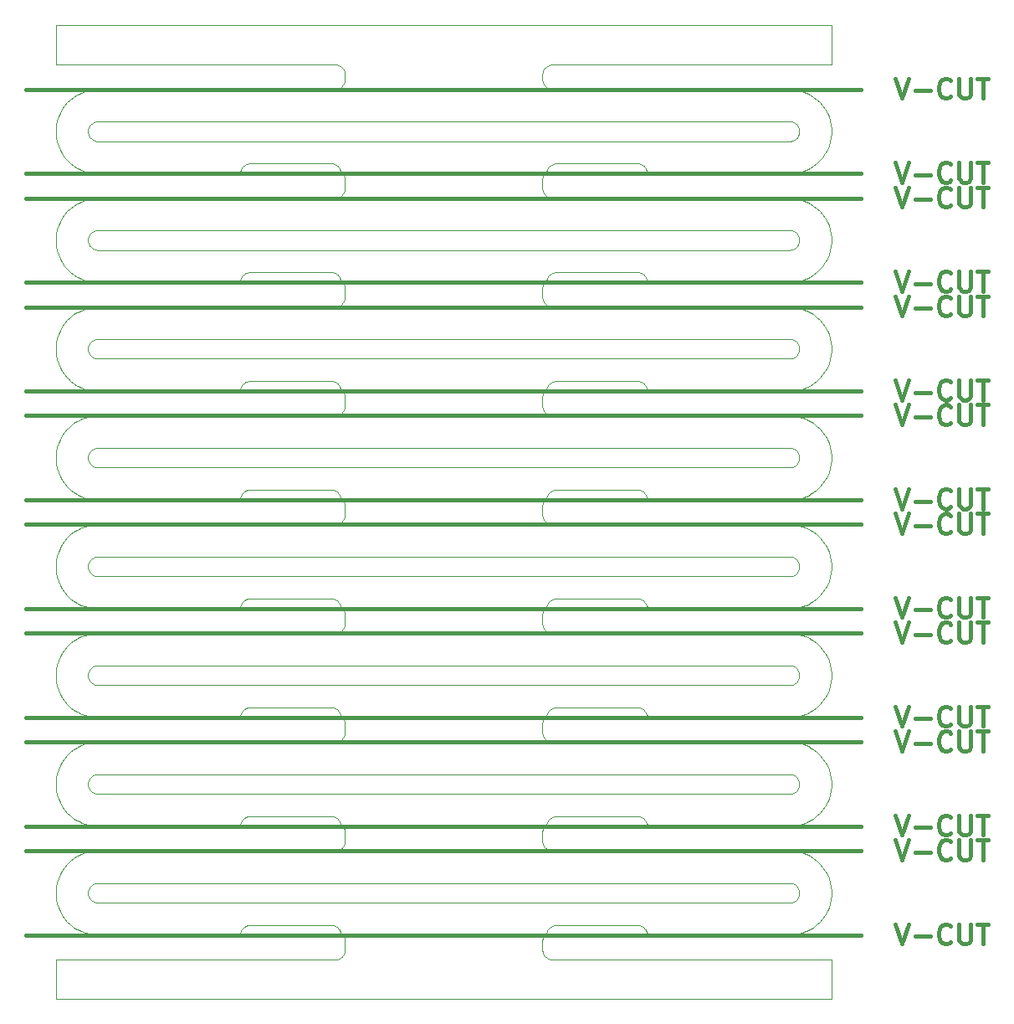
<source format=gbr>
G04 #@! TF.GenerationSoftware,KiCad,Pcbnew,5.1.5+dfsg1-2build2*
G04 #@! TF.CreationDate,2021-10-10T04:01:25+00:00*
G04 #@! TF.ProjectId,bobbin_bottom_3.5,626f6262-696e-45f6-926f-74746f6d5f33,rev?*
G04 #@! TF.SameCoordinates,Original*
G04 #@! TF.FileFunction,Other,Comment*
%FSLAX46Y46*%
G04 Gerber Fmt 4.6, Leading zero omitted, Abs format (unit mm)*
G04 Created by KiCad (PCBNEW 5.1.5+dfsg1-2build2) date 2021-10-10 04:01:25*
%MOMM*%
%LPD*%
G04 APERTURE LIST*
%ADD10C,0.400000*%
G04 #@! TA.AperFunction,Profile*
%ADD11C,0.100000*%
G04 #@! TD*
G04 APERTURE END LIST*
D10*
X134946021Y-112404761D02*
X135612687Y-114404761D01*
X136279354Y-112404761D01*
X136946021Y-113642857D02*
X138469830Y-113642857D01*
X140565068Y-114214285D02*
X140469830Y-114309523D01*
X140184116Y-114404761D01*
X139993640Y-114404761D01*
X139707925Y-114309523D01*
X139517449Y-114119047D01*
X139422211Y-113928571D01*
X139326973Y-113547619D01*
X139326973Y-113261904D01*
X139422211Y-112880952D01*
X139517449Y-112690476D01*
X139707925Y-112500000D01*
X139993640Y-112404761D01*
X140184116Y-112404761D01*
X140469830Y-112500000D01*
X140565068Y-112595238D01*
X141422211Y-112404761D02*
X141422211Y-114023809D01*
X141517449Y-114214285D01*
X141612687Y-114309523D01*
X141803164Y-114404761D01*
X142184116Y-114404761D01*
X142374592Y-114309523D01*
X142469830Y-114214285D01*
X142565068Y-114023809D01*
X142565068Y-112404761D01*
X143231735Y-112404761D02*
X144374592Y-112404761D01*
X143803164Y-114404761D02*
X143803164Y-112404761D01*
X47004455Y-113500000D02*
X131495545Y-113500000D01*
X134946021Y-123404761D02*
X135612687Y-125404761D01*
X136279354Y-123404761D01*
X136946021Y-124642857D02*
X138469830Y-124642857D01*
X140565068Y-125214285D02*
X140469830Y-125309523D01*
X140184116Y-125404761D01*
X139993640Y-125404761D01*
X139707925Y-125309523D01*
X139517449Y-125119047D01*
X139422211Y-124928571D01*
X139326973Y-124547619D01*
X139326973Y-124261904D01*
X139422211Y-123880952D01*
X139517449Y-123690476D01*
X139707925Y-123500000D01*
X139993640Y-123404761D01*
X140184116Y-123404761D01*
X140469830Y-123500000D01*
X140565068Y-123595238D01*
X141422211Y-123404761D02*
X141422211Y-125023809D01*
X141517449Y-125214285D01*
X141612687Y-125309523D01*
X141803164Y-125404761D01*
X142184116Y-125404761D01*
X142374592Y-125309523D01*
X142469830Y-125214285D01*
X142565068Y-125023809D01*
X142565068Y-123404761D01*
X143231735Y-123404761D02*
X144374592Y-123404761D01*
X143803164Y-125404761D02*
X143803164Y-123404761D01*
X47004455Y-124500000D02*
X131495545Y-124500000D01*
X134946021Y-125904761D02*
X135612687Y-127904761D01*
X136279354Y-125904761D01*
X136946021Y-127142857D02*
X138469830Y-127142857D01*
X140565068Y-127714285D02*
X140469830Y-127809523D01*
X140184116Y-127904761D01*
X139993640Y-127904761D01*
X139707925Y-127809523D01*
X139517449Y-127619047D01*
X139422211Y-127428571D01*
X139326973Y-127047619D01*
X139326973Y-126761904D01*
X139422211Y-126380952D01*
X139517449Y-126190476D01*
X139707925Y-126000000D01*
X139993640Y-125904761D01*
X140184116Y-125904761D01*
X140469830Y-126000000D01*
X140565068Y-126095238D01*
X141422211Y-125904761D02*
X141422211Y-127523809D01*
X141517449Y-127714285D01*
X141612687Y-127809523D01*
X141803164Y-127904761D01*
X142184116Y-127904761D01*
X142374592Y-127809523D01*
X142469830Y-127714285D01*
X142565068Y-127523809D01*
X142565068Y-125904761D01*
X143231735Y-125904761D02*
X144374592Y-125904761D01*
X143803164Y-127904761D02*
X143803164Y-125904761D01*
X47004455Y-127000000D02*
X131495545Y-127000000D01*
X134946021Y-134404761D02*
X135612687Y-136404761D01*
X136279354Y-134404761D01*
X136946021Y-135642857D02*
X138469830Y-135642857D01*
X140565068Y-136214285D02*
X140469830Y-136309523D01*
X140184116Y-136404761D01*
X139993640Y-136404761D01*
X139707925Y-136309523D01*
X139517449Y-136119047D01*
X139422211Y-135928571D01*
X139326973Y-135547619D01*
X139326973Y-135261904D01*
X139422211Y-134880952D01*
X139517449Y-134690476D01*
X139707925Y-134500000D01*
X139993640Y-134404761D01*
X140184116Y-134404761D01*
X140469830Y-134500000D01*
X140565068Y-134595238D01*
X141422211Y-134404761D02*
X141422211Y-136023809D01*
X141517449Y-136214285D01*
X141612687Y-136309523D01*
X141803164Y-136404761D01*
X142184116Y-136404761D01*
X142374592Y-136309523D01*
X142469830Y-136214285D01*
X142565068Y-136023809D01*
X142565068Y-134404761D01*
X143231735Y-134404761D02*
X144374592Y-134404761D01*
X143803164Y-136404761D02*
X143803164Y-134404761D01*
X47004455Y-135500000D02*
X131495545Y-135500000D01*
X134946021Y-114904761D02*
X135612687Y-116904761D01*
X136279354Y-114904761D01*
X136946021Y-116142857D02*
X138469830Y-116142857D01*
X140565068Y-116714285D02*
X140469830Y-116809523D01*
X140184116Y-116904761D01*
X139993640Y-116904761D01*
X139707925Y-116809523D01*
X139517449Y-116619047D01*
X139422211Y-116428571D01*
X139326973Y-116047619D01*
X139326973Y-115761904D01*
X139422211Y-115380952D01*
X139517449Y-115190476D01*
X139707925Y-115000000D01*
X139993640Y-114904761D01*
X140184116Y-114904761D01*
X140469830Y-115000000D01*
X140565068Y-115095238D01*
X141422211Y-114904761D02*
X141422211Y-116523809D01*
X141517449Y-116714285D01*
X141612687Y-116809523D01*
X141803164Y-116904761D01*
X142184116Y-116904761D01*
X142374592Y-116809523D01*
X142469830Y-116714285D01*
X142565068Y-116523809D01*
X142565068Y-114904761D01*
X143231735Y-114904761D02*
X144374592Y-114904761D01*
X143803164Y-116904761D02*
X143803164Y-114904761D01*
X47004455Y-116000000D02*
X131495545Y-116000000D01*
X134946021Y-103904761D02*
X135612687Y-105904761D01*
X136279354Y-103904761D01*
X136946021Y-105142857D02*
X138469830Y-105142857D01*
X140565068Y-105714285D02*
X140469830Y-105809523D01*
X140184116Y-105904761D01*
X139993640Y-105904761D01*
X139707925Y-105809523D01*
X139517449Y-105619047D01*
X139422211Y-105428571D01*
X139326973Y-105047619D01*
X139326973Y-104761904D01*
X139422211Y-104380952D01*
X139517449Y-104190476D01*
X139707925Y-104000000D01*
X139993640Y-103904761D01*
X140184116Y-103904761D01*
X140469830Y-104000000D01*
X140565068Y-104095238D01*
X141422211Y-103904761D02*
X141422211Y-105523809D01*
X141517449Y-105714285D01*
X141612687Y-105809523D01*
X141803164Y-105904761D01*
X142184116Y-105904761D01*
X142374592Y-105809523D01*
X142469830Y-105714285D01*
X142565068Y-105523809D01*
X142565068Y-103904761D01*
X143231735Y-103904761D02*
X144374592Y-103904761D01*
X143803164Y-105904761D02*
X143803164Y-103904761D01*
X47004455Y-105000000D02*
X131495545Y-105000000D01*
X134946021Y-101404761D02*
X135612687Y-103404761D01*
X136279354Y-101404761D01*
X136946021Y-102642857D02*
X138469830Y-102642857D01*
X140565068Y-103214285D02*
X140469830Y-103309523D01*
X140184116Y-103404761D01*
X139993640Y-103404761D01*
X139707925Y-103309523D01*
X139517449Y-103119047D01*
X139422211Y-102928571D01*
X139326973Y-102547619D01*
X139326973Y-102261904D01*
X139422211Y-101880952D01*
X139517449Y-101690476D01*
X139707925Y-101500000D01*
X139993640Y-101404761D01*
X140184116Y-101404761D01*
X140469830Y-101500000D01*
X140565068Y-101595238D01*
X141422211Y-101404761D02*
X141422211Y-103023809D01*
X141517449Y-103214285D01*
X141612687Y-103309523D01*
X141803164Y-103404761D01*
X142184116Y-103404761D01*
X142374592Y-103309523D01*
X142469830Y-103214285D01*
X142565068Y-103023809D01*
X142565068Y-101404761D01*
X143231735Y-101404761D02*
X144374592Y-101404761D01*
X143803164Y-103404761D02*
X143803164Y-101404761D01*
X47004455Y-102500000D02*
X131495545Y-102500000D01*
X134946021Y-92904761D02*
X135612687Y-94904761D01*
X136279354Y-92904761D01*
X136946021Y-94142857D02*
X138469830Y-94142857D01*
X140565068Y-94714285D02*
X140469830Y-94809523D01*
X140184116Y-94904761D01*
X139993640Y-94904761D01*
X139707925Y-94809523D01*
X139517449Y-94619047D01*
X139422211Y-94428571D01*
X139326973Y-94047619D01*
X139326973Y-93761904D01*
X139422211Y-93380952D01*
X139517449Y-93190476D01*
X139707925Y-93000000D01*
X139993640Y-92904761D01*
X140184116Y-92904761D01*
X140469830Y-93000000D01*
X140565068Y-93095238D01*
X141422211Y-92904761D02*
X141422211Y-94523809D01*
X141517449Y-94714285D01*
X141612687Y-94809523D01*
X141803164Y-94904761D01*
X142184116Y-94904761D01*
X142374592Y-94809523D01*
X142469830Y-94714285D01*
X142565068Y-94523809D01*
X142565068Y-92904761D01*
X143231735Y-92904761D02*
X144374592Y-92904761D01*
X143803164Y-94904761D02*
X143803164Y-92904761D01*
X47004455Y-94000000D02*
X131495545Y-94000000D01*
X134946021Y-90404761D02*
X135612687Y-92404761D01*
X136279354Y-90404761D01*
X136946021Y-91642857D02*
X138469830Y-91642857D01*
X140565068Y-92214285D02*
X140469830Y-92309523D01*
X140184116Y-92404761D01*
X139993640Y-92404761D01*
X139707925Y-92309523D01*
X139517449Y-92119047D01*
X139422211Y-91928571D01*
X139326973Y-91547619D01*
X139326973Y-91261904D01*
X139422211Y-90880952D01*
X139517449Y-90690476D01*
X139707925Y-90500000D01*
X139993640Y-90404761D01*
X140184116Y-90404761D01*
X140469830Y-90500000D01*
X140565068Y-90595238D01*
X141422211Y-90404761D02*
X141422211Y-92023809D01*
X141517449Y-92214285D01*
X141612687Y-92309523D01*
X141803164Y-92404761D01*
X142184116Y-92404761D01*
X142374592Y-92309523D01*
X142469830Y-92214285D01*
X142565068Y-92023809D01*
X142565068Y-90404761D01*
X143231735Y-90404761D02*
X144374592Y-90404761D01*
X143803164Y-92404761D02*
X143803164Y-90404761D01*
X47004455Y-91500000D02*
X131495545Y-91500000D01*
X134946021Y-81904761D02*
X135612687Y-83904761D01*
X136279354Y-81904761D01*
X136946021Y-83142857D02*
X138469830Y-83142857D01*
X140565068Y-83714285D02*
X140469830Y-83809523D01*
X140184116Y-83904761D01*
X139993640Y-83904761D01*
X139707925Y-83809523D01*
X139517449Y-83619047D01*
X139422211Y-83428571D01*
X139326973Y-83047619D01*
X139326973Y-82761904D01*
X139422211Y-82380952D01*
X139517449Y-82190476D01*
X139707925Y-82000000D01*
X139993640Y-81904761D01*
X140184116Y-81904761D01*
X140469830Y-82000000D01*
X140565068Y-82095238D01*
X141422211Y-81904761D02*
X141422211Y-83523809D01*
X141517449Y-83714285D01*
X141612687Y-83809523D01*
X141803164Y-83904761D01*
X142184116Y-83904761D01*
X142374592Y-83809523D01*
X142469830Y-83714285D01*
X142565068Y-83523809D01*
X142565068Y-81904761D01*
X143231735Y-81904761D02*
X144374592Y-81904761D01*
X143803164Y-83904761D02*
X143803164Y-81904761D01*
X47004455Y-83000000D02*
X131495545Y-83000000D01*
X134946021Y-79404761D02*
X135612687Y-81404761D01*
X136279354Y-79404761D01*
X136946021Y-80642857D02*
X138469830Y-80642857D01*
X140565068Y-81214285D02*
X140469830Y-81309523D01*
X140184116Y-81404761D01*
X139993640Y-81404761D01*
X139707925Y-81309523D01*
X139517449Y-81119047D01*
X139422211Y-80928571D01*
X139326973Y-80547619D01*
X139326973Y-80261904D01*
X139422211Y-79880952D01*
X139517449Y-79690476D01*
X139707925Y-79500000D01*
X139993640Y-79404761D01*
X140184116Y-79404761D01*
X140469830Y-79500000D01*
X140565068Y-79595238D01*
X141422211Y-79404761D02*
X141422211Y-81023809D01*
X141517449Y-81214285D01*
X141612687Y-81309523D01*
X141803164Y-81404761D01*
X142184116Y-81404761D01*
X142374592Y-81309523D01*
X142469830Y-81214285D01*
X142565068Y-81023809D01*
X142565068Y-79404761D01*
X143231735Y-79404761D02*
X144374592Y-79404761D01*
X143803164Y-81404761D02*
X143803164Y-79404761D01*
X47004455Y-80500000D02*
X131495545Y-80500000D01*
X134946021Y-57404761D02*
X135612687Y-59404761D01*
X136279354Y-57404761D01*
X136946021Y-58642857D02*
X138469830Y-58642857D01*
X140565068Y-59214285D02*
X140469830Y-59309523D01*
X140184116Y-59404761D01*
X139993640Y-59404761D01*
X139707925Y-59309523D01*
X139517449Y-59119047D01*
X139422211Y-58928571D01*
X139326973Y-58547619D01*
X139326973Y-58261904D01*
X139422211Y-57880952D01*
X139517449Y-57690476D01*
X139707925Y-57500000D01*
X139993640Y-57404761D01*
X140184116Y-57404761D01*
X140469830Y-57500000D01*
X140565068Y-57595238D01*
X141422211Y-57404761D02*
X141422211Y-59023809D01*
X141517449Y-59214285D01*
X141612687Y-59309523D01*
X141803164Y-59404761D01*
X142184116Y-59404761D01*
X142374592Y-59309523D01*
X142469830Y-59214285D01*
X142565068Y-59023809D01*
X142565068Y-57404761D01*
X143231735Y-57404761D02*
X144374592Y-57404761D01*
X143803164Y-59404761D02*
X143803164Y-57404761D01*
X47004455Y-58500000D02*
X131495545Y-58500000D01*
X134946021Y-68404761D02*
X135612687Y-70404761D01*
X136279354Y-68404761D01*
X136946021Y-69642857D02*
X138469830Y-69642857D01*
X140565068Y-70214285D02*
X140469830Y-70309523D01*
X140184116Y-70404761D01*
X139993640Y-70404761D01*
X139707925Y-70309523D01*
X139517449Y-70119047D01*
X139422211Y-69928571D01*
X139326973Y-69547619D01*
X139326973Y-69261904D01*
X139422211Y-68880952D01*
X139517449Y-68690476D01*
X139707925Y-68500000D01*
X139993640Y-68404761D01*
X140184116Y-68404761D01*
X140469830Y-68500000D01*
X140565068Y-68595238D01*
X141422211Y-68404761D02*
X141422211Y-70023809D01*
X141517449Y-70214285D01*
X141612687Y-70309523D01*
X141803164Y-70404761D01*
X142184116Y-70404761D01*
X142374592Y-70309523D01*
X142469830Y-70214285D01*
X142565068Y-70023809D01*
X142565068Y-68404761D01*
X143231735Y-68404761D02*
X144374592Y-68404761D01*
X143803164Y-70404761D02*
X143803164Y-68404761D01*
X47004455Y-69500000D02*
X131495545Y-69500000D01*
X134946021Y-59904761D02*
X135612687Y-61904761D01*
X136279354Y-59904761D01*
X136946021Y-61142857D02*
X138469830Y-61142857D01*
X140565068Y-61714285D02*
X140469830Y-61809523D01*
X140184116Y-61904761D01*
X139993640Y-61904761D01*
X139707925Y-61809523D01*
X139517449Y-61619047D01*
X139422211Y-61428571D01*
X139326973Y-61047619D01*
X139326973Y-60761904D01*
X139422211Y-60380952D01*
X139517449Y-60190476D01*
X139707925Y-60000000D01*
X139993640Y-59904761D01*
X140184116Y-59904761D01*
X140469830Y-60000000D01*
X140565068Y-60095238D01*
X141422211Y-59904761D02*
X141422211Y-61523809D01*
X141517449Y-61714285D01*
X141612687Y-61809523D01*
X141803164Y-61904761D01*
X142184116Y-61904761D01*
X142374592Y-61809523D01*
X142469830Y-61714285D01*
X142565068Y-61523809D01*
X142565068Y-59904761D01*
X143231735Y-59904761D02*
X144374592Y-59904761D01*
X143803164Y-61904761D02*
X143803164Y-59904761D01*
X47004455Y-61000000D02*
X131495545Y-61000000D01*
X134946021Y-70904761D02*
X135612687Y-72904761D01*
X136279354Y-70904761D01*
X136946021Y-72142857D02*
X138469830Y-72142857D01*
X140565068Y-72714285D02*
X140469830Y-72809523D01*
X140184116Y-72904761D01*
X139993640Y-72904761D01*
X139707925Y-72809523D01*
X139517449Y-72619047D01*
X139422211Y-72428571D01*
X139326973Y-72047619D01*
X139326973Y-71761904D01*
X139422211Y-71380952D01*
X139517449Y-71190476D01*
X139707925Y-71000000D01*
X139993640Y-70904761D01*
X140184116Y-70904761D01*
X140469830Y-71000000D01*
X140565068Y-71095238D01*
X141422211Y-70904761D02*
X141422211Y-72523809D01*
X141517449Y-72714285D01*
X141612687Y-72809523D01*
X141803164Y-72904761D01*
X142184116Y-72904761D01*
X142374592Y-72809523D01*
X142469830Y-72714285D01*
X142565068Y-72523809D01*
X142565068Y-70904761D01*
X143231735Y-70904761D02*
X144374592Y-70904761D01*
X143803164Y-72904761D02*
X143803164Y-70904761D01*
X47004455Y-72000000D02*
X131495545Y-72000000D01*
X134946021Y-48904761D02*
X135612687Y-50904761D01*
X136279354Y-48904761D01*
X136946021Y-50142857D02*
X138469830Y-50142857D01*
X140565068Y-50714285D02*
X140469830Y-50809523D01*
X140184116Y-50904761D01*
X139993640Y-50904761D01*
X139707925Y-50809523D01*
X139517449Y-50619047D01*
X139422211Y-50428571D01*
X139326973Y-50047619D01*
X139326973Y-49761904D01*
X139422211Y-49380952D01*
X139517449Y-49190476D01*
X139707925Y-49000000D01*
X139993640Y-48904761D01*
X140184116Y-48904761D01*
X140469830Y-49000000D01*
X140565068Y-49095238D01*
X141422211Y-48904761D02*
X141422211Y-50523809D01*
X141517449Y-50714285D01*
X141612687Y-50809523D01*
X141803164Y-50904761D01*
X142184116Y-50904761D01*
X142374592Y-50809523D01*
X142469830Y-50714285D01*
X142565068Y-50523809D01*
X142565068Y-48904761D01*
X143231735Y-48904761D02*
X144374592Y-48904761D01*
X143803164Y-50904761D02*
X143803164Y-48904761D01*
X47004455Y-50000000D02*
X131495545Y-50000000D01*
D11*
X124499900Y-77215900D02*
X124401100Y-77236200D01*
X124596400Y-77185700D02*
X124499900Y-77215900D01*
X124689300Y-77145900D02*
X124596400Y-77185700D01*
X124777600Y-77096800D02*
X124689300Y-77145900D01*
X124860800Y-77038900D02*
X124777600Y-77096800D01*
X124937500Y-76973100D02*
X124860800Y-77038900D01*
X125007100Y-76899800D02*
X124937500Y-76973100D01*
X125069000Y-76819900D02*
X125007100Y-76899800D01*
X125122400Y-76734100D02*
X125069000Y-76819900D01*
X125166900Y-76643400D02*
X125122400Y-76734100D01*
X125202000Y-76548600D02*
X125166900Y-76643400D01*
X125227300Y-76450700D02*
X125202000Y-76548600D01*
X125242600Y-76350800D02*
X125227300Y-76450700D01*
X125247700Y-76249900D02*
X125242600Y-76350800D01*
X125242600Y-76149200D02*
X125247700Y-76249900D01*
X125227300Y-76049300D02*
X125242600Y-76149200D01*
X125202000Y-75951500D02*
X125227300Y-76049300D01*
X125166900Y-75856700D02*
X125202000Y-75951500D01*
X125122400Y-75766000D02*
X125166900Y-75856700D01*
X125069000Y-75680200D02*
X125122400Y-75766000D01*
X125007100Y-75600300D02*
X125069000Y-75680200D01*
X124937300Y-75526800D02*
X125007100Y-75600300D01*
X124860600Y-75461000D02*
X124937300Y-75526800D01*
X124777600Y-75403300D02*
X124860600Y-75461000D01*
X124689300Y-75354200D02*
X124777600Y-75403300D01*
X124596600Y-75314500D02*
X124689300Y-75354200D01*
X124500200Y-75284200D02*
X124596600Y-75314500D01*
X124401200Y-75263800D02*
X124500200Y-75284200D01*
X124300700Y-75253600D02*
X124401200Y-75263800D01*
X124224800Y-75251000D02*
X124300700Y-75253600D01*
X54275400Y-75251000D02*
X124224800Y-75251000D01*
X54199100Y-75253600D02*
X54275400Y-75251000D01*
X54098800Y-75263800D02*
X54199100Y-75253600D01*
X53999800Y-75284200D02*
X54098800Y-75263800D01*
X53903400Y-75314500D02*
X53999800Y-75284200D01*
X53810500Y-75354300D02*
X53903400Y-75314500D01*
X53722100Y-75403400D02*
X53810500Y-75354300D01*
X53639200Y-75461200D02*
X53722100Y-75403400D01*
X53562500Y-75527000D02*
X53639200Y-75461200D01*
X53492900Y-75600300D02*
X53562500Y-75527000D01*
X53431000Y-75680200D02*
X53492900Y-75600300D01*
X53377600Y-75766000D02*
X53431000Y-75680200D01*
X53333100Y-75856700D02*
X53377600Y-75766000D01*
X53298100Y-75951200D02*
X53333100Y-75856700D01*
X53272700Y-76049100D02*
X53298100Y-75951200D01*
X53257400Y-76149000D02*
X53272700Y-76049100D01*
X53252300Y-76249900D02*
X53257400Y-76149000D01*
X53257400Y-76350800D02*
X53252300Y-76249900D01*
X53272700Y-76450700D02*
X53257400Y-76350800D01*
X53298000Y-76548600D02*
X53272700Y-76450700D01*
X53333100Y-76643400D02*
X53298000Y-76548600D01*
X53377600Y-76734100D02*
X53333100Y-76643400D01*
X53431000Y-76819900D02*
X53377600Y-76734100D01*
X53492900Y-76899800D02*
X53431000Y-76819900D01*
X53562500Y-76973100D02*
X53492900Y-76899800D01*
X53639200Y-77038900D02*
X53562500Y-76973100D01*
X53722100Y-77096700D02*
X53639200Y-77038900D01*
X53810500Y-77145700D02*
X53722100Y-77096700D01*
X53903400Y-77185600D02*
X53810500Y-77145700D01*
X53999800Y-77215900D02*
X53903400Y-77185600D01*
X54098800Y-77236200D02*
X53999800Y-77215900D01*
X54199300Y-77246500D02*
X54098800Y-77236200D01*
X54275200Y-77249000D02*
X54199300Y-77246500D01*
X124224900Y-77249000D02*
X54275200Y-77249000D01*
X124300500Y-77246500D02*
X124224900Y-77249000D01*
X124401100Y-77236200D02*
X124300500Y-77246500D01*
X124499900Y-132216000D02*
X124401100Y-132236300D01*
X124596400Y-132185800D02*
X124499900Y-132216000D01*
X124689300Y-132145900D02*
X124596400Y-132185800D01*
X124777600Y-132096900D02*
X124689300Y-132145900D01*
X124860800Y-132039000D02*
X124777600Y-132096900D01*
X124937500Y-131973200D02*
X124860800Y-132039000D01*
X125007100Y-131899900D02*
X124937500Y-131973200D01*
X125069000Y-131820000D02*
X125007100Y-131899900D01*
X125122400Y-131734200D02*
X125069000Y-131820000D01*
X125166900Y-131643500D02*
X125122400Y-131734200D01*
X125202000Y-131548700D02*
X125166900Y-131643500D01*
X125227300Y-131450800D02*
X125202000Y-131548700D01*
X125242600Y-131350900D02*
X125227300Y-131450800D01*
X125247700Y-131250000D02*
X125242600Y-131350900D01*
X125242600Y-131149300D02*
X125247700Y-131250000D01*
X125227300Y-131049400D02*
X125242600Y-131149300D01*
X125202000Y-130951600D02*
X125227300Y-131049400D01*
X125166900Y-130856800D02*
X125202000Y-130951600D01*
X125122400Y-130766100D02*
X125166900Y-130856800D01*
X125069000Y-130680300D02*
X125122400Y-130766100D01*
X125007100Y-130600300D02*
X125069000Y-130680300D01*
X124937300Y-130526900D02*
X125007100Y-130600300D01*
X124860600Y-130461100D02*
X124937300Y-130526900D01*
X124777600Y-130403300D02*
X124860600Y-130461100D01*
X124689300Y-130354300D02*
X124777600Y-130403300D01*
X124596600Y-130314600D02*
X124689300Y-130354300D01*
X124500200Y-130284300D02*
X124596600Y-130314600D01*
X124401200Y-130263900D02*
X124500200Y-130284300D01*
X124300700Y-130253700D02*
X124401200Y-130263900D01*
X124224800Y-130251100D02*
X124300700Y-130253700D01*
X54275400Y-130251100D02*
X124224800Y-130251100D01*
X54199200Y-130253700D02*
X54275400Y-130251100D01*
X54098800Y-130263900D02*
X54199200Y-130253700D01*
X53999800Y-130284300D02*
X54098800Y-130263900D01*
X53903400Y-130314600D02*
X53999800Y-130284300D01*
X53810500Y-130354400D02*
X53903400Y-130314600D01*
X53722100Y-130403500D02*
X53810500Y-130354400D01*
X53639200Y-130461200D02*
X53722100Y-130403500D01*
X53562500Y-130527100D02*
X53639200Y-130461200D01*
X53492900Y-130600300D02*
X53562500Y-130527100D01*
X53431000Y-130680300D02*
X53492900Y-130600300D01*
X53377600Y-130766100D02*
X53431000Y-130680300D01*
X53333100Y-130856800D02*
X53377600Y-130766100D01*
X53298100Y-130951300D02*
X53333100Y-130856800D01*
X53272700Y-131049200D02*
X53298100Y-130951300D01*
X53257400Y-131149100D02*
X53272700Y-131049200D01*
X53252300Y-131250000D02*
X53257400Y-131149100D01*
X53257400Y-131350900D02*
X53252300Y-131250000D01*
X53272700Y-131450800D02*
X53257400Y-131350900D01*
X53298000Y-131548700D02*
X53272700Y-131450800D01*
X53333100Y-131643500D02*
X53298000Y-131548700D01*
X53377600Y-131734200D02*
X53333100Y-131643500D01*
X53431000Y-131820000D02*
X53377600Y-131734200D01*
X53492900Y-131899900D02*
X53431000Y-131820000D01*
X53562500Y-131973200D02*
X53492900Y-131899900D01*
X53639200Y-132039000D02*
X53562500Y-131973200D01*
X53722100Y-132096800D02*
X53639200Y-132039000D01*
X53810500Y-132145800D02*
X53722100Y-132096800D01*
X53903400Y-132185700D02*
X53810500Y-132145800D01*
X53999800Y-132216000D02*
X53903400Y-132185700D01*
X54098800Y-132236300D02*
X53999800Y-132216000D01*
X54199300Y-132246600D02*
X54098800Y-132236300D01*
X54275200Y-132249100D02*
X54199300Y-132246600D01*
X124224900Y-132249100D02*
X54275200Y-132249100D01*
X124300500Y-132246500D02*
X124224900Y-132249100D01*
X124401100Y-132236300D02*
X124300500Y-132246500D01*
X124499900Y-66215900D02*
X124401000Y-66236200D01*
X124596400Y-66185700D02*
X124499900Y-66215900D01*
X124689300Y-66145800D02*
X124596400Y-66185700D01*
X124777600Y-66096800D02*
X124689300Y-66145800D01*
X124860600Y-66039100D02*
X124777600Y-66096800D01*
X124937300Y-65973300D02*
X124860600Y-66039100D01*
X125007100Y-65899800D02*
X124937300Y-65973300D01*
X125069000Y-65819900D02*
X125007100Y-65899800D01*
X125122300Y-65734300D02*
X125069000Y-65819900D01*
X125166800Y-65643600D02*
X125122300Y-65734300D01*
X125201900Y-65548800D02*
X125166800Y-65643600D01*
X125227300Y-65451000D02*
X125201900Y-65548800D01*
X125242600Y-65351100D02*
X125227300Y-65451000D01*
X125247700Y-65250200D02*
X125242600Y-65351100D01*
X125242600Y-65149200D02*
X125247700Y-65250200D01*
X125227300Y-65049300D02*
X125242600Y-65149200D01*
X125202000Y-64951500D02*
X125227300Y-65049300D01*
X125166900Y-64856700D02*
X125202000Y-64951500D01*
X125122400Y-64765900D02*
X125166900Y-64856700D01*
X125069000Y-64680200D02*
X125122400Y-64765900D01*
X125007100Y-64600200D02*
X125069000Y-64680200D01*
X124937300Y-64526800D02*
X125007100Y-64600200D01*
X124860600Y-64461000D02*
X124937300Y-64526800D01*
X124777900Y-64403400D02*
X124860600Y-64461000D01*
X124689500Y-64354300D02*
X124777900Y-64403400D01*
X124596600Y-64314500D02*
X124689500Y-64354300D01*
X124500200Y-64284200D02*
X124596600Y-64314500D01*
X124401200Y-64263800D02*
X124500200Y-64284200D01*
X124300700Y-64253600D02*
X124401200Y-64263800D01*
X124224800Y-64251000D02*
X124300700Y-64253600D01*
X54275300Y-64251000D02*
X124224800Y-64251000D01*
X54199200Y-64253600D02*
X54275300Y-64251000D01*
X54098800Y-64263800D02*
X54199200Y-64253600D01*
X53999800Y-64284200D02*
X54098800Y-64263800D01*
X53903400Y-64314500D02*
X53999800Y-64284200D01*
X53810500Y-64354300D02*
X53903400Y-64314500D01*
X53722100Y-64403400D02*
X53810500Y-64354300D01*
X53639200Y-64461100D02*
X53722100Y-64403400D01*
X53562500Y-64527000D02*
X53639200Y-64461100D01*
X53492900Y-64600200D02*
X53562500Y-64527000D01*
X53431000Y-64680200D02*
X53492900Y-64600200D01*
X53377600Y-64765900D02*
X53431000Y-64680200D01*
X53333100Y-64856700D02*
X53377600Y-64765900D01*
X53298000Y-64951500D02*
X53333100Y-64856700D01*
X53272700Y-65049000D02*
X53298000Y-64951500D01*
X53257400Y-65148900D02*
X53272700Y-65049000D01*
X53252300Y-65249900D02*
X53257400Y-65148900D01*
X53257400Y-65350800D02*
X53252300Y-65249900D01*
X53272700Y-65450700D02*
X53257400Y-65350800D01*
X53298000Y-65548600D02*
X53272700Y-65450700D01*
X53333100Y-65643300D02*
X53298000Y-65548600D01*
X53377600Y-65734100D02*
X53333100Y-65643300D01*
X53431000Y-65819900D02*
X53377600Y-65734100D01*
X53492900Y-65899800D02*
X53431000Y-65819900D01*
X53562500Y-65973100D02*
X53492900Y-65899800D01*
X53639200Y-66038900D02*
X53562500Y-65973100D01*
X53722100Y-66096700D02*
X53639200Y-66038900D01*
X53810500Y-66145700D02*
X53722100Y-66096700D01*
X53903400Y-66185600D02*
X53810500Y-66145700D01*
X53999800Y-66215900D02*
X53903400Y-66185600D01*
X54098800Y-66236200D02*
X53999800Y-66215900D01*
X54199300Y-66246400D02*
X54098800Y-66236200D01*
X54275200Y-66249000D02*
X54199300Y-66246400D01*
X124224900Y-66249000D02*
X54275200Y-66249000D01*
X124300600Y-66246400D02*
X124224900Y-66249000D01*
X124401000Y-66236200D02*
X124300600Y-66246400D01*
X124499900Y-121216000D02*
X124401000Y-121236300D01*
X124596400Y-121185800D02*
X124499900Y-121216000D01*
X124689300Y-121145900D02*
X124596400Y-121185800D01*
X124777600Y-121096900D02*
X124689300Y-121145900D01*
X124860800Y-121039000D02*
X124777600Y-121096900D01*
X124937500Y-120973200D02*
X124860800Y-121039000D01*
X125007100Y-120899900D02*
X124937500Y-120973200D01*
X125069000Y-120820000D02*
X125007100Y-120899900D01*
X125122400Y-120734200D02*
X125069000Y-120820000D01*
X125166900Y-120643400D02*
X125122400Y-120734200D01*
X125202000Y-120548700D02*
X125166900Y-120643400D01*
X125227300Y-120450800D02*
X125202000Y-120548700D01*
X125242600Y-120350900D02*
X125227300Y-120450800D01*
X125247700Y-120250000D02*
X125242600Y-120350900D01*
X125242600Y-120149300D02*
X125247700Y-120250000D01*
X125227300Y-120049400D02*
X125242600Y-120149300D01*
X125202000Y-119951600D02*
X125227300Y-120049400D01*
X125166900Y-119856800D02*
X125202000Y-119951600D01*
X125122400Y-119766000D02*
X125166900Y-119856800D01*
X125069000Y-119680300D02*
X125122400Y-119766000D01*
X125007100Y-119600300D02*
X125069000Y-119680300D01*
X124937300Y-119526900D02*
X125007100Y-119600300D01*
X124860600Y-119461100D02*
X124937300Y-119526900D01*
X124777600Y-119403300D02*
X124860600Y-119461100D01*
X124689300Y-119354300D02*
X124777600Y-119403300D01*
X124596600Y-119314500D02*
X124689300Y-119354300D01*
X124500200Y-119284300D02*
X124596600Y-119314500D01*
X124401200Y-119263900D02*
X124500200Y-119284300D01*
X124300700Y-119253700D02*
X124401200Y-119263900D01*
X124224800Y-119251100D02*
X124300700Y-119253700D01*
X54275300Y-119251100D02*
X124224800Y-119251100D01*
X54199300Y-119253700D02*
X54275300Y-119251100D01*
X54098800Y-119263900D02*
X54199300Y-119253700D01*
X53999800Y-119284300D02*
X54098800Y-119263900D01*
X53903400Y-119314500D02*
X53999800Y-119284300D01*
X53810500Y-119354400D02*
X53903400Y-119314500D01*
X53722100Y-119403500D02*
X53810500Y-119354400D01*
X53639200Y-119461200D02*
X53722100Y-119403500D01*
X53562500Y-119527100D02*
X53639200Y-119461200D01*
X53492900Y-119600300D02*
X53562500Y-119527100D01*
X53431000Y-119680300D02*
X53492900Y-119600300D01*
X53377600Y-119766000D02*
X53431000Y-119680300D01*
X53333100Y-119856800D02*
X53377600Y-119766000D01*
X53298100Y-119951300D02*
X53333100Y-119856800D01*
X53272700Y-120049100D02*
X53298100Y-119951300D01*
X53257400Y-120149000D02*
X53272700Y-120049100D01*
X53252300Y-120250000D02*
X53257400Y-120149000D01*
X53257400Y-120350900D02*
X53252300Y-120250000D01*
X53272700Y-120450800D02*
X53257400Y-120350900D01*
X53298000Y-120548700D02*
X53272700Y-120450800D01*
X53333100Y-120643400D02*
X53298000Y-120548700D01*
X53377600Y-120734200D02*
X53333100Y-120643400D01*
X53431000Y-120820000D02*
X53377600Y-120734200D01*
X53492900Y-120899900D02*
X53431000Y-120820000D01*
X53562500Y-120973200D02*
X53492900Y-120899900D01*
X53639200Y-121039000D02*
X53562500Y-120973200D01*
X53722100Y-121096700D02*
X53639200Y-121039000D01*
X53810500Y-121145800D02*
X53722100Y-121096700D01*
X53903400Y-121185700D02*
X53810500Y-121145800D01*
X53999800Y-121215900D02*
X53903400Y-121185700D01*
X54098800Y-121236300D02*
X53999800Y-121215900D01*
X54199300Y-121246500D02*
X54098800Y-121236300D01*
X54275200Y-121249100D02*
X54199300Y-121246500D01*
X124224800Y-121249100D02*
X54275200Y-121249100D01*
X124300600Y-121246500D02*
X124224800Y-121249100D01*
X124401000Y-121236300D02*
X124300600Y-121246500D01*
X124499900Y-55215900D02*
X124401000Y-55236200D01*
X124596400Y-55185700D02*
X124499900Y-55215900D01*
X124689300Y-55145800D02*
X124596400Y-55185700D01*
X124777600Y-55096800D02*
X124689300Y-55145800D01*
X124860600Y-55039100D02*
X124777600Y-55096800D01*
X124937300Y-54973200D02*
X124860600Y-55039100D01*
X125007100Y-54899800D02*
X124937300Y-54973200D01*
X125069000Y-54819900D02*
X125007100Y-54899800D01*
X125122300Y-54734300D02*
X125069000Y-54819900D01*
X125166800Y-54643600D02*
X125122300Y-54734300D01*
X125201900Y-54548800D02*
X125166800Y-54643600D01*
X125227300Y-54451000D02*
X125201900Y-54548800D01*
X125242600Y-54351100D02*
X125227300Y-54451000D01*
X125247700Y-54250100D02*
X125242600Y-54351100D01*
X125242600Y-54149200D02*
X125247700Y-54250100D01*
X125227300Y-54049300D02*
X125242600Y-54149200D01*
X125202000Y-53951500D02*
X125227300Y-54049300D01*
X125166900Y-53856700D02*
X125202000Y-53951500D01*
X125122400Y-53765900D02*
X125166900Y-53856700D01*
X125069000Y-53680200D02*
X125122400Y-53765900D01*
X125007100Y-53600200D02*
X125069000Y-53680200D01*
X124937300Y-53526800D02*
X125007100Y-53600200D01*
X124860600Y-53460900D02*
X124937300Y-53526800D01*
X124777900Y-53403400D02*
X124860600Y-53460900D01*
X124689500Y-53354300D02*
X124777900Y-53403400D01*
X124596600Y-53314400D02*
X124689500Y-53354300D01*
X124500200Y-53284200D02*
X124596600Y-53314400D01*
X124401200Y-53263800D02*
X124500200Y-53284200D01*
X124300700Y-53253600D02*
X124401200Y-53263800D01*
X124224800Y-53251000D02*
X124300700Y-53253600D01*
X54275200Y-53251000D02*
X124224800Y-53251000D01*
X54199300Y-53253600D02*
X54275200Y-53251000D01*
X54098800Y-53263800D02*
X54199300Y-53253600D01*
X53999800Y-53284200D02*
X54098800Y-53263800D01*
X53903400Y-53314400D02*
X53999800Y-53284200D01*
X53810500Y-53354300D02*
X53903400Y-53314400D01*
X53722100Y-53403400D02*
X53810500Y-53354300D01*
X53639200Y-53461100D02*
X53722100Y-53403400D01*
X53562500Y-53527000D02*
X53639200Y-53461100D01*
X53492900Y-53600200D02*
X53562500Y-53527000D01*
X53431000Y-53680200D02*
X53492900Y-53600200D01*
X53377600Y-53765900D02*
X53431000Y-53680200D01*
X53333100Y-53856700D02*
X53377600Y-53765900D01*
X53298000Y-53951500D02*
X53333100Y-53856700D01*
X53272700Y-54049000D02*
X53298000Y-53951500D01*
X53257400Y-54148900D02*
X53272700Y-54049000D01*
X53252300Y-54249900D02*
X53257400Y-54148900D01*
X53257400Y-54350800D02*
X53252300Y-54249900D01*
X53272700Y-54450700D02*
X53257400Y-54350800D01*
X53298000Y-54548500D02*
X53272700Y-54450700D01*
X53333100Y-54643300D02*
X53298000Y-54548500D01*
X53377600Y-54734100D02*
X53333100Y-54643300D01*
X53431000Y-54819900D02*
X53377600Y-54734100D01*
X53492900Y-54899800D02*
X53431000Y-54819900D01*
X53562500Y-54973000D02*
X53492900Y-54899800D01*
X53639200Y-55038900D02*
X53562500Y-54973000D01*
X53722100Y-55096600D02*
X53639200Y-55038900D01*
X53810500Y-55145700D02*
X53722100Y-55096600D01*
X53903400Y-55185600D02*
X53810500Y-55145700D01*
X53999800Y-55215800D02*
X53903400Y-55185600D01*
X54098800Y-55236200D02*
X53999800Y-55215800D01*
X54199300Y-55246400D02*
X54098800Y-55236200D01*
X54275200Y-55249000D02*
X54199300Y-55246400D01*
X124224800Y-55249000D02*
X54275200Y-55249000D01*
X124300700Y-55246400D02*
X124224800Y-55249000D01*
X124401000Y-55236200D02*
X124300700Y-55246400D01*
X124500200Y-110215900D02*
X124400900Y-110236300D01*
X124596600Y-110185700D02*
X124500200Y-110215900D01*
X124689500Y-110145800D02*
X124596600Y-110185700D01*
X124777900Y-110096700D02*
X124689500Y-110145800D01*
X124860800Y-110039000D02*
X124777900Y-110096700D01*
X124937500Y-109973100D02*
X124860800Y-110039000D01*
X125007100Y-109899900D02*
X124937500Y-109973100D01*
X125069000Y-109819900D02*
X125007100Y-109899900D01*
X125122400Y-109734200D02*
X125069000Y-109819900D01*
X125166900Y-109643400D02*
X125122400Y-109734200D01*
X125202000Y-109548600D02*
X125166900Y-109643400D01*
X125227300Y-109450800D02*
X125202000Y-109548600D01*
X125242600Y-109350900D02*
X125227300Y-109450800D01*
X125247700Y-109250000D02*
X125242600Y-109350900D01*
X125242600Y-109149300D02*
X125247700Y-109250000D01*
X125227300Y-109049400D02*
X125242600Y-109149300D01*
X125202000Y-108951500D02*
X125227300Y-109049400D01*
X125166900Y-108856800D02*
X125202000Y-108951500D01*
X125122400Y-108766000D02*
X125166900Y-108856800D01*
X125069000Y-108680200D02*
X125122400Y-108766000D01*
X125007100Y-108600300D02*
X125069000Y-108680200D01*
X124937300Y-108526900D02*
X125007100Y-108600300D01*
X124860600Y-108461000D02*
X124937300Y-108526900D01*
X124777600Y-108403300D02*
X124860600Y-108461000D01*
X124689300Y-108354300D02*
X124777600Y-108403300D01*
X124596600Y-108314500D02*
X124689300Y-108354300D01*
X124500200Y-108284300D02*
X124596600Y-108314500D01*
X124401200Y-108263900D02*
X124500200Y-108284300D01*
X124300700Y-108253700D02*
X124401200Y-108263900D01*
X124224800Y-108251100D02*
X124300700Y-108253700D01*
X54275200Y-108251100D02*
X124224800Y-108251100D01*
X54199400Y-108253700D02*
X54275200Y-108251100D01*
X54098800Y-108263900D02*
X54199400Y-108253700D01*
X53999800Y-108284300D02*
X54098800Y-108263900D01*
X53903400Y-108314500D02*
X53999800Y-108284300D01*
X53810500Y-108354400D02*
X53903400Y-108314500D01*
X53722100Y-108403500D02*
X53810500Y-108354400D01*
X53639200Y-108461200D02*
X53722100Y-108403500D01*
X53562500Y-108527000D02*
X53639200Y-108461200D01*
X53492900Y-108600300D02*
X53562500Y-108527000D01*
X53431000Y-108680200D02*
X53492900Y-108600300D01*
X53377600Y-108766000D02*
X53431000Y-108680200D01*
X53333100Y-108856800D02*
X53377600Y-108766000D01*
X53298100Y-108951300D02*
X53333100Y-108856800D01*
X53272700Y-109049100D02*
X53298100Y-108951300D01*
X53257400Y-109149000D02*
X53272700Y-109049100D01*
X53252300Y-109250000D02*
X53257400Y-109149000D01*
X53257400Y-109350900D02*
X53252300Y-109250000D01*
X53272700Y-109450800D02*
X53257400Y-109350900D01*
X53298000Y-109548600D02*
X53272700Y-109450800D01*
X53333100Y-109643400D02*
X53298000Y-109548600D01*
X53377600Y-109734200D02*
X53333100Y-109643400D01*
X53431000Y-109819900D02*
X53377600Y-109734200D01*
X53492900Y-109899900D02*
X53431000Y-109819900D01*
X53562500Y-109973100D02*
X53492900Y-109899900D01*
X53639200Y-110039000D02*
X53562500Y-109973100D01*
X53722100Y-110096700D02*
X53639200Y-110039000D01*
X53810500Y-110145800D02*
X53722100Y-110096700D01*
X53903400Y-110185700D02*
X53810500Y-110145800D01*
X53999800Y-110215900D02*
X53903400Y-110185700D01*
X54098800Y-110236300D02*
X53999800Y-110215900D01*
X54199300Y-110246500D02*
X54098800Y-110236300D01*
X54275200Y-110249100D02*
X54199300Y-110246500D01*
X124224700Y-110249100D02*
X54275200Y-110249100D01*
X124300700Y-110246500D02*
X124224700Y-110249100D01*
X124400900Y-110236300D02*
X124300700Y-110246500D01*
X124500200Y-99215900D02*
X124400800Y-99236300D01*
X124596600Y-99185600D02*
X124500200Y-99215900D01*
X124689500Y-99145800D02*
X124596600Y-99185600D01*
X124777900Y-99096700D02*
X124689500Y-99145800D01*
X124860800Y-99039000D02*
X124777900Y-99096700D01*
X124937500Y-98973100D02*
X124860800Y-99039000D01*
X125007100Y-98899900D02*
X124937500Y-98973100D01*
X125069000Y-98819900D02*
X125007100Y-98899900D01*
X125122400Y-98734100D02*
X125069000Y-98819900D01*
X125166900Y-98643400D02*
X125122400Y-98734100D01*
X125202000Y-98548600D02*
X125166900Y-98643400D01*
X125227300Y-98450800D02*
X125202000Y-98548600D01*
X125242600Y-98350900D02*
X125227300Y-98450800D01*
X125247700Y-98249900D02*
X125242600Y-98350900D01*
X125242600Y-98149300D02*
X125247700Y-98249900D01*
X125227300Y-98049400D02*
X125242600Y-98149300D01*
X125202000Y-97951500D02*
X125227300Y-98049400D01*
X125166900Y-97856700D02*
X125202000Y-97951500D01*
X125122400Y-97766000D02*
X125166900Y-97856700D01*
X125069000Y-97680200D02*
X125122400Y-97766000D01*
X125007100Y-97600300D02*
X125069000Y-97680200D01*
X124937300Y-97526800D02*
X125007100Y-97600300D01*
X124860600Y-97461000D02*
X124937300Y-97526800D01*
X124777600Y-97403300D02*
X124860600Y-97461000D01*
X124689300Y-97354300D02*
X124777600Y-97403300D01*
X124596600Y-97314500D02*
X124689300Y-97354300D01*
X124500200Y-97284200D02*
X124596600Y-97314500D01*
X124401200Y-97263900D02*
X124500200Y-97284200D01*
X124300700Y-97253600D02*
X124401200Y-97263900D01*
X124224800Y-97251100D02*
X124300700Y-97253600D01*
X54275100Y-97251100D02*
X124224800Y-97251100D01*
X54199500Y-97253700D02*
X54275100Y-97251100D01*
X54098800Y-97263900D02*
X54199500Y-97253700D01*
X53999800Y-97284200D02*
X54098800Y-97263900D01*
X53903400Y-97314500D02*
X53999800Y-97284200D01*
X53810500Y-97354400D02*
X53903400Y-97314500D01*
X53722100Y-97403400D02*
X53810500Y-97354400D01*
X53639200Y-97461200D02*
X53722100Y-97403400D01*
X53562500Y-97527000D02*
X53639200Y-97461200D01*
X53492900Y-97600300D02*
X53562500Y-97527000D01*
X53431000Y-97680200D02*
X53492900Y-97600300D01*
X53377600Y-97766000D02*
X53431000Y-97680200D01*
X53333100Y-97856700D02*
X53377600Y-97766000D01*
X53298100Y-97951300D02*
X53333100Y-97856700D01*
X53272700Y-98049100D02*
X53298100Y-97951300D01*
X53257400Y-98149000D02*
X53272700Y-98049100D01*
X53252300Y-98249900D02*
X53257400Y-98149000D01*
X53257400Y-98350900D02*
X53252300Y-98249900D01*
X53272700Y-98450800D02*
X53257400Y-98350900D01*
X53298000Y-98548600D02*
X53272700Y-98450800D01*
X53333100Y-98643400D02*
X53298000Y-98548600D01*
X53377600Y-98734100D02*
X53333100Y-98643400D01*
X53431000Y-98819900D02*
X53377600Y-98734100D01*
X53492900Y-98899900D02*
X53431000Y-98819900D01*
X53562500Y-98973100D02*
X53492900Y-98899900D01*
X53639200Y-99039000D02*
X53562500Y-98973100D01*
X53722100Y-99096700D02*
X53639200Y-99039000D01*
X53810500Y-99145800D02*
X53722100Y-99096700D01*
X53903400Y-99185600D02*
X53810500Y-99145800D01*
X53999800Y-99215900D02*
X53903400Y-99185600D01*
X54098800Y-99236300D02*
X53999800Y-99215900D01*
X54199300Y-99246500D02*
X54098800Y-99236300D01*
X54275200Y-99249100D02*
X54199300Y-99246500D01*
X124224600Y-99249100D02*
X54275200Y-99249100D01*
X124300800Y-99246500D02*
X124224600Y-99249100D01*
X124400800Y-99236300D02*
X124300800Y-99246500D01*
X124500200Y-88215900D02*
X124400700Y-88236300D01*
X124596600Y-88185600D02*
X124500200Y-88215900D01*
X124689500Y-88145700D02*
X124596600Y-88185600D01*
X124777900Y-88096700D02*
X124689500Y-88145700D01*
X124860800Y-88038900D02*
X124777900Y-88096700D01*
X124937500Y-87973100D02*
X124860800Y-88038900D01*
X125007100Y-87899800D02*
X124937500Y-87973100D01*
X125069000Y-87819900D02*
X125007100Y-87899800D01*
X125122400Y-87734100D02*
X125069000Y-87819900D01*
X125166900Y-87643400D02*
X125122400Y-87734100D01*
X125202000Y-87548600D02*
X125166900Y-87643400D01*
X125227300Y-87450800D02*
X125202000Y-87548600D01*
X125242600Y-87350900D02*
X125227300Y-87450800D01*
X125247700Y-87249900D02*
X125242600Y-87350900D01*
X125242600Y-87149300D02*
X125247700Y-87249900D01*
X125227300Y-87049400D02*
X125242600Y-87149300D01*
X125202000Y-86951500D02*
X125227300Y-87049400D01*
X125166900Y-86856700D02*
X125202000Y-86951500D01*
X125122400Y-86766000D02*
X125166900Y-86856700D01*
X125069000Y-86680200D02*
X125122400Y-86766000D01*
X125007100Y-86600300D02*
X125069000Y-86680200D01*
X124937300Y-86526800D02*
X125007100Y-86600300D01*
X124860600Y-86461000D02*
X124937300Y-86526800D01*
X124777600Y-86403300D02*
X124860600Y-86461000D01*
X124689300Y-86354200D02*
X124777600Y-86403300D01*
X124596600Y-86314500D02*
X124689300Y-86354200D01*
X124500200Y-86284200D02*
X124596600Y-86314500D01*
X124401200Y-86263900D02*
X124500200Y-86284200D01*
X124300700Y-86253600D02*
X124401200Y-86263900D01*
X124224800Y-86251100D02*
X124300700Y-86253600D01*
X54275000Y-86251100D02*
X124224800Y-86251100D01*
X54199600Y-86253600D02*
X54275000Y-86251100D01*
X54098800Y-86263900D02*
X54199600Y-86253600D01*
X53999800Y-86284200D02*
X54098800Y-86263900D01*
X53903400Y-86314500D02*
X53999800Y-86284200D01*
X53810500Y-86354400D02*
X53903400Y-86314500D01*
X53722100Y-86403400D02*
X53810500Y-86354400D01*
X53639200Y-86461200D02*
X53722100Y-86403400D01*
X53562500Y-86527000D02*
X53639200Y-86461200D01*
X53492900Y-86600300D02*
X53562500Y-86527000D01*
X53431000Y-86680200D02*
X53492900Y-86600300D01*
X53377600Y-86766000D02*
X53431000Y-86680200D01*
X53333100Y-86856700D02*
X53377600Y-86766000D01*
X53298100Y-86951200D02*
X53333100Y-86856700D01*
X53272700Y-87049100D02*
X53298100Y-86951200D01*
X53257400Y-87149000D02*
X53272700Y-87049100D01*
X53252300Y-87249900D02*
X53257400Y-87149000D01*
X53257400Y-87350900D02*
X53252300Y-87249900D01*
X53272700Y-87450800D02*
X53257400Y-87350900D01*
X53298000Y-87548600D02*
X53272700Y-87450800D01*
X53333100Y-87643400D02*
X53298000Y-87548600D01*
X53377600Y-87734100D02*
X53333100Y-87643400D01*
X53431000Y-87819900D02*
X53377600Y-87734100D01*
X53492900Y-87899800D02*
X53431000Y-87819900D01*
X53562500Y-87973100D02*
X53492900Y-87899800D01*
X53639200Y-88038900D02*
X53562500Y-87973100D01*
X53722100Y-88096700D02*
X53639200Y-88038900D01*
X53810500Y-88145700D02*
X53722100Y-88096700D01*
X53903400Y-88185600D02*
X53810500Y-88145700D01*
X53999800Y-88215900D02*
X53903400Y-88185600D01*
X54098800Y-88236200D02*
X53999800Y-88215900D01*
X54199300Y-88246500D02*
X54098800Y-88236200D01*
X54275200Y-88249100D02*
X54199300Y-88246500D01*
X124224500Y-88249100D02*
X54275200Y-88249100D01*
X124300900Y-88246500D02*
X124224500Y-88249100D01*
X124400700Y-88236300D02*
X124300900Y-88246500D01*
X128471000Y-43499000D02*
X50014600Y-43499700D01*
X128487300Y-43500000D02*
X128471000Y-43499000D01*
X128492900Y-43503700D02*
X128487300Y-43500000D01*
X128494800Y-43508200D02*
X128492900Y-43503700D01*
X128495500Y-43523500D02*
X128494800Y-43508200D01*
X128495500Y-47475500D02*
X128495500Y-43523500D01*
X128494300Y-47492700D02*
X128495500Y-47475500D01*
X128490800Y-47497400D02*
X128494300Y-47492700D01*
X128486300Y-47499200D02*
X128490800Y-47497400D01*
X100241200Y-47500000D02*
X128486300Y-47499200D01*
X100144000Y-47504800D02*
X100241200Y-47500000D01*
X100047900Y-47519000D02*
X100144000Y-47504800D01*
X99953600Y-47542600D02*
X100047900Y-47519000D01*
X99862200Y-47575400D02*
X99953600Y-47542600D01*
X99774300Y-47616900D02*
X99862200Y-47575400D01*
X99691000Y-47666900D02*
X99774300Y-47616900D01*
X99613000Y-47724700D02*
X99691000Y-47666900D01*
X99541000Y-47790000D02*
X99613000Y-47724700D01*
X99475700Y-47862000D02*
X99541000Y-47790000D01*
X99417900Y-47940000D02*
X99475700Y-47862000D01*
X99367900Y-48023300D02*
X99417900Y-47940000D01*
X99326400Y-48111100D02*
X99367900Y-48023300D01*
X99293600Y-48202600D02*
X99326400Y-48111100D01*
X99270000Y-48296900D02*
X99293600Y-48202600D01*
X99255800Y-48393000D02*
X99270000Y-48296900D01*
X99251000Y-48490200D02*
X99255800Y-48393000D01*
X99251000Y-49008800D02*
X99251000Y-48490200D01*
X99255800Y-49106000D02*
X99251000Y-49008800D01*
X99270000Y-49202100D02*
X99255800Y-49106000D01*
X99293600Y-49296400D02*
X99270000Y-49202100D01*
X99326400Y-49387900D02*
X99293600Y-49296400D01*
X99367900Y-49475700D02*
X99326400Y-49387900D01*
X99417900Y-49559000D02*
X99367900Y-49475700D01*
X99475700Y-49637000D02*
X99417900Y-49559000D01*
X99541000Y-49709000D02*
X99475700Y-49637000D01*
X99613000Y-49774300D02*
X99541000Y-49709000D01*
X99691000Y-49832100D02*
X99613000Y-49774300D01*
X99774300Y-49882100D02*
X99691000Y-49832100D01*
X99862200Y-49923600D02*
X99774300Y-49882100D01*
X99953600Y-49956400D02*
X99862200Y-49923600D01*
X100047900Y-49980000D02*
X99953600Y-49956400D01*
X100144000Y-49994200D02*
X100047900Y-49980000D01*
X100241200Y-49999000D02*
X100144000Y-49994200D01*
X124243700Y-49999000D02*
X100241200Y-49999000D01*
X124679800Y-50021100D02*
X124243700Y-49999000D01*
X125105400Y-50086300D02*
X124679800Y-50021100D01*
X125522300Y-50194200D02*
X125105400Y-50086300D01*
X125914500Y-50339100D02*
X125522300Y-50194200D01*
X125937800Y-50349100D02*
X125914500Y-50339100D01*
X126301600Y-50527500D02*
X125937800Y-50349100D01*
X126323800Y-50539900D02*
X126301600Y-50527500D01*
X126678500Y-50761400D02*
X126323800Y-50539900D01*
X127018600Y-51024600D02*
X126678500Y-50761400D01*
X127330700Y-51321300D02*
X127018600Y-51024600D01*
X127603300Y-51638300D02*
X127330700Y-51321300D01*
X127618900Y-51658400D02*
X127603300Y-51638300D01*
X127850300Y-51990900D02*
X127618900Y-51658400D01*
X127863800Y-52012500D02*
X127850300Y-51990900D01*
X128066400Y-52378300D02*
X127863800Y-52012500D01*
X128236000Y-52773500D02*
X128066400Y-52378300D01*
X128364900Y-53184300D02*
X128236000Y-52773500D01*
X128449400Y-53593800D02*
X128364900Y-53184300D01*
X128453300Y-53618900D02*
X128449400Y-53593800D01*
X128494300Y-54022000D02*
X128453300Y-53618900D01*
X128495500Y-54047400D02*
X128494300Y-54022000D01*
X128495200Y-54465600D02*
X128495500Y-54047400D01*
X128451700Y-54893400D02*
X128495200Y-54465600D01*
X128365000Y-55315200D02*
X128451700Y-54893400D01*
X128240200Y-55714200D02*
X128365000Y-55315200D01*
X128231400Y-55738100D02*
X128240200Y-55714200D01*
X128071600Y-56110400D02*
X128231400Y-55738100D01*
X128060400Y-56133200D02*
X128071600Y-56110400D01*
X127857200Y-56498700D02*
X128060400Y-56133200D01*
X127611200Y-56852100D02*
X127857200Y-56498700D01*
X127331000Y-57178400D02*
X127611200Y-56852100D01*
X127018900Y-57475100D02*
X127331000Y-57178400D01*
X126678500Y-57738700D02*
X127018900Y-57475100D01*
X126323800Y-57960100D02*
X126678500Y-57738700D01*
X126301600Y-57972500D02*
X126323800Y-57960100D01*
X125937900Y-58150900D02*
X126301600Y-57972500D01*
X125914500Y-58160900D02*
X125937900Y-58150900D01*
X125522200Y-58305800D02*
X125914500Y-58160900D01*
X125118100Y-58410800D02*
X125522200Y-58305800D01*
X125093100Y-58415900D02*
X125118100Y-58410800D01*
X124679800Y-58478900D02*
X125093100Y-58415900D01*
X124243700Y-58501000D02*
X124679800Y-58478900D01*
X110249800Y-58500900D02*
X124243700Y-58501000D01*
X110197400Y-58497900D02*
X110249800Y-58500900D01*
X110146100Y-58489800D02*
X110197400Y-58497900D01*
X110095500Y-58476200D02*
X110146100Y-58489800D01*
X110058300Y-58462300D02*
X110095500Y-58476200D01*
X109999900Y-58433700D02*
X110058300Y-58462300D01*
X109966600Y-58412500D02*
X109999900Y-58433700D01*
X109945300Y-58397000D02*
X109966600Y-58412500D01*
X109905500Y-58363000D02*
X109945300Y-58397000D01*
X109878100Y-58335200D02*
X109905500Y-58363000D01*
X109853000Y-58304700D02*
X109878100Y-58335200D01*
X109816300Y-58250100D02*
X109853000Y-58304700D01*
X109792500Y-58203400D02*
X109816300Y-58250100D01*
X109740500Y-58073800D02*
X109792500Y-58203400D01*
X109697000Y-57990800D02*
X109740500Y-58073800D01*
X109645900Y-57912300D02*
X109697000Y-57990800D01*
X109587700Y-57839000D02*
X109645900Y-57912300D01*
X109522700Y-57771500D02*
X109587700Y-57839000D01*
X109451700Y-57710500D02*
X109522700Y-57771500D01*
X109375200Y-57656400D02*
X109451700Y-57710500D01*
X109293900Y-57609800D02*
X109375200Y-57656400D01*
X109208600Y-57571100D02*
X109293900Y-57609800D01*
X109120000Y-57540700D02*
X109208600Y-57571100D01*
X109029000Y-57518700D02*
X109120000Y-57540700D01*
X108936300Y-57505400D02*
X109029000Y-57518700D01*
X108842500Y-57501000D02*
X108936300Y-57505400D01*
X100657500Y-57501000D02*
X108842500Y-57501000D01*
X100563700Y-57505400D02*
X100657500Y-57501000D01*
X100471000Y-57518700D02*
X100563700Y-57505400D01*
X100380000Y-57540700D02*
X100471000Y-57518700D01*
X100291400Y-57571100D02*
X100380000Y-57540700D01*
X100206100Y-57609800D02*
X100291400Y-57571100D01*
X100124800Y-57656400D02*
X100206100Y-57609800D01*
X100048300Y-57710500D02*
X100124800Y-57656400D01*
X99977300Y-57771500D02*
X100048300Y-57710500D01*
X99912300Y-57839000D02*
X99977300Y-57771500D01*
X99854100Y-57912300D02*
X99912300Y-57839000D01*
X99803000Y-57990800D02*
X99854100Y-57912300D01*
X99759500Y-58073800D02*
X99803000Y-57990800D01*
X99701800Y-58215300D02*
X99759500Y-58073800D01*
X99683400Y-58250600D02*
X99701800Y-58215300D01*
X99655200Y-58294100D02*
X99683400Y-58250600D01*
X99621900Y-58335200D02*
X99655200Y-58294100D01*
X99565200Y-58390300D02*
X99621900Y-58335200D01*
X99494600Y-58463400D02*
X99565200Y-58390300D01*
X99432000Y-58543100D02*
X99494600Y-58463400D01*
X99378000Y-58628700D02*
X99432000Y-58543100D01*
X99332900Y-58719500D02*
X99378000Y-58628700D01*
X99297400Y-58814400D02*
X99332900Y-58719500D01*
X99271700Y-58912400D02*
X99297400Y-58814400D01*
X99256200Y-59012500D02*
X99271700Y-58912400D01*
X99251000Y-59114000D02*
X99256200Y-59012500D01*
X99251000Y-60008800D02*
X99251000Y-59114000D01*
X99255800Y-60106000D02*
X99251000Y-60008800D01*
X99270000Y-60202100D02*
X99255800Y-60106000D01*
X99293600Y-60296400D02*
X99270000Y-60202100D01*
X99326400Y-60387900D02*
X99293600Y-60296400D01*
X99367900Y-60475700D02*
X99326400Y-60387900D01*
X99417900Y-60559000D02*
X99367900Y-60475700D01*
X99475700Y-60637100D02*
X99417900Y-60559000D01*
X99541000Y-60709000D02*
X99475700Y-60637100D01*
X99613000Y-60774300D02*
X99541000Y-60709000D01*
X99691000Y-60832200D02*
X99613000Y-60774300D01*
X99774300Y-60882100D02*
X99691000Y-60832200D01*
X99862200Y-60923600D02*
X99774300Y-60882100D01*
X99953600Y-60956400D02*
X99862200Y-60923600D01*
X100047900Y-60980000D02*
X99953600Y-60956400D01*
X100144000Y-60994200D02*
X100047900Y-60980000D01*
X100241200Y-60999000D02*
X100144000Y-60994200D01*
X124243700Y-60999000D02*
X100241200Y-60999000D01*
X124679800Y-61021100D02*
X124243700Y-60999000D01*
X125105900Y-61086400D02*
X124679800Y-61021100D01*
X125522300Y-61194200D02*
X125105900Y-61086400D01*
X125914500Y-61339100D02*
X125522300Y-61194200D01*
X125937800Y-61349100D02*
X125914500Y-61339100D01*
X126301600Y-61527600D02*
X125937800Y-61349100D01*
X126323800Y-61539900D02*
X126301600Y-61527600D01*
X126678500Y-61761400D02*
X126323800Y-61539900D01*
X127018600Y-62024600D02*
X126678500Y-61761400D01*
X127330700Y-62321300D02*
X127018600Y-62024600D01*
X127603300Y-62638300D02*
X127330700Y-62321300D01*
X127618900Y-62658400D02*
X127603300Y-62638300D01*
X127850300Y-62990900D02*
X127618900Y-62658400D01*
X127863800Y-63012500D02*
X127850300Y-62990900D01*
X128066400Y-63378300D02*
X127863800Y-63012500D01*
X128236000Y-63773500D02*
X128066400Y-63378300D01*
X128364900Y-64184400D02*
X128236000Y-63773500D01*
X128449400Y-64593800D02*
X128364900Y-64184400D01*
X128453300Y-64619000D02*
X128449400Y-64593800D01*
X128494300Y-65022000D02*
X128453300Y-64619000D01*
X128495500Y-65047400D02*
X128494300Y-65022000D01*
X128495200Y-65465600D02*
X128495500Y-65047400D01*
X128451700Y-65893500D02*
X128495200Y-65465600D01*
X128365000Y-66315200D02*
X128451700Y-65893500D01*
X128240200Y-66714300D02*
X128365000Y-66315200D01*
X128231400Y-66738100D02*
X128240200Y-66714300D01*
X128071600Y-67110400D02*
X128231400Y-66738100D01*
X128060400Y-67133300D02*
X128071600Y-67110400D01*
X127857200Y-67498700D02*
X128060400Y-67133300D01*
X127611200Y-67852100D02*
X127857200Y-67498700D01*
X127331000Y-68178400D02*
X127611200Y-67852100D01*
X127018900Y-68475100D02*
X127331000Y-68178400D01*
X126678500Y-68738700D02*
X127018900Y-68475100D01*
X126323800Y-68960100D02*
X126678500Y-68738700D01*
X126301600Y-68972500D02*
X126323800Y-68960100D01*
X125937900Y-69150900D02*
X126301600Y-68972500D01*
X125914500Y-69160900D02*
X125937900Y-69150900D01*
X125522200Y-69305800D02*
X125914500Y-69160900D01*
X125118100Y-69410800D02*
X125522200Y-69305800D01*
X125093100Y-69415900D02*
X125118100Y-69410800D01*
X124679800Y-69478900D02*
X125093100Y-69415900D01*
X124243700Y-69501000D02*
X124679800Y-69478900D01*
X110249800Y-69500900D02*
X124243700Y-69501000D01*
X110197400Y-69497900D02*
X110249800Y-69500900D01*
X110146100Y-69489800D02*
X110197400Y-69497900D01*
X110095500Y-69476200D02*
X110146100Y-69489800D01*
X110058300Y-69462300D02*
X110095500Y-69476200D01*
X109999900Y-69433700D02*
X110058300Y-69462300D01*
X109966600Y-69412500D02*
X109999900Y-69433700D01*
X109945300Y-69397100D02*
X109966600Y-69412500D01*
X109905500Y-69363000D02*
X109945300Y-69397100D01*
X109878100Y-69335200D02*
X109905500Y-69363000D01*
X109853000Y-69304700D02*
X109878100Y-69335200D01*
X109816300Y-69250100D02*
X109853000Y-69304700D01*
X109792500Y-69203400D02*
X109816300Y-69250100D01*
X109740500Y-69073800D02*
X109792500Y-69203400D01*
X109697000Y-68990800D02*
X109740500Y-69073800D01*
X109645900Y-68912300D02*
X109697000Y-68990800D01*
X109587700Y-68839000D02*
X109645900Y-68912300D01*
X109522700Y-68771500D02*
X109587700Y-68839000D01*
X109451700Y-68710500D02*
X109522700Y-68771500D01*
X109375200Y-68656400D02*
X109451700Y-68710500D01*
X109293900Y-68609800D02*
X109375200Y-68656400D01*
X109208600Y-68571100D02*
X109293900Y-68609800D01*
X109120000Y-68540700D02*
X109208600Y-68571100D01*
X109029000Y-68518700D02*
X109120000Y-68540700D01*
X108936200Y-68505400D02*
X109029000Y-68518700D01*
X108842400Y-68501000D02*
X108936200Y-68505400D01*
X100657500Y-68501000D02*
X108842400Y-68501000D01*
X100563700Y-68505500D02*
X100657500Y-68501000D01*
X100471000Y-68518700D02*
X100563700Y-68505500D01*
X100380000Y-68540700D02*
X100471000Y-68518700D01*
X100291400Y-68571100D02*
X100380000Y-68540700D01*
X100206100Y-68609800D02*
X100291400Y-68571100D01*
X100124800Y-68656400D02*
X100206100Y-68609800D01*
X100048300Y-68710500D02*
X100124800Y-68656400D01*
X99977300Y-68771500D02*
X100048300Y-68710500D01*
X99912300Y-68839000D02*
X99977300Y-68771500D01*
X99854100Y-68912300D02*
X99912300Y-68839000D01*
X99803000Y-68990900D02*
X99854100Y-68912300D01*
X99759500Y-69073800D02*
X99803000Y-68990900D01*
X99701800Y-69215300D02*
X99759500Y-69073800D01*
X99683700Y-69250100D02*
X99701800Y-69215300D01*
X99662300Y-69283700D02*
X99683700Y-69250100D01*
X99621900Y-69335200D02*
X99662300Y-69283700D01*
X99565200Y-69390300D02*
X99621900Y-69335200D01*
X99494600Y-69463400D02*
X99565200Y-69390300D01*
X99432000Y-69543100D02*
X99494600Y-69463400D01*
X99378000Y-69628800D02*
X99432000Y-69543100D01*
X99332900Y-69719500D02*
X99378000Y-69628800D01*
X99297400Y-69814400D02*
X99332900Y-69719500D01*
X99271700Y-69912400D02*
X99297400Y-69814400D01*
X99256200Y-70012600D02*
X99271700Y-69912400D01*
X99251000Y-70114000D02*
X99256200Y-70012600D01*
X99251000Y-71008800D02*
X99251000Y-70114000D01*
X99255800Y-71106100D02*
X99251000Y-71008800D01*
X99270000Y-71202200D02*
X99255800Y-71106100D01*
X99293600Y-71296400D02*
X99270000Y-71202200D01*
X99326400Y-71387900D02*
X99293600Y-71296400D01*
X99367900Y-71475700D02*
X99326400Y-71387900D01*
X99417900Y-71559000D02*
X99367900Y-71475700D01*
X99475700Y-71637100D02*
X99417900Y-71559000D01*
X99541000Y-71709100D02*
X99475700Y-71637100D01*
X99613000Y-71774300D02*
X99541000Y-71709100D01*
X99691000Y-71832200D02*
X99613000Y-71774300D01*
X99774300Y-71882100D02*
X99691000Y-71832200D01*
X99862200Y-71923700D02*
X99774300Y-71882100D01*
X99953600Y-71956400D02*
X99862200Y-71923700D01*
X100047900Y-71980000D02*
X99953600Y-71956400D01*
X100144000Y-71994200D02*
X100047900Y-71980000D01*
X100241200Y-71999000D02*
X100144000Y-71994200D01*
X124243700Y-71999000D02*
X100241200Y-71999000D01*
X124679800Y-72021100D02*
X124243700Y-71999000D01*
X125105900Y-72086400D02*
X124679800Y-72021100D01*
X125522300Y-72194200D02*
X125105900Y-72086400D01*
X125914500Y-72339100D02*
X125522300Y-72194200D01*
X125937800Y-72349100D02*
X125914500Y-72339100D01*
X126301600Y-72527600D02*
X125937800Y-72349100D01*
X126323800Y-72539900D02*
X126301600Y-72527600D01*
X126678500Y-72761400D02*
X126323800Y-72539900D01*
X127018600Y-73024700D02*
X126678500Y-72761400D01*
X127330700Y-73321300D02*
X127018600Y-73024700D01*
X127603300Y-73638300D02*
X127330700Y-73321300D01*
X127618900Y-73658400D02*
X127603300Y-73638300D01*
X127850300Y-73990900D02*
X127618900Y-73658400D01*
X127863800Y-74012500D02*
X127850300Y-73990900D01*
X128066400Y-74378300D02*
X127863800Y-74012500D01*
X128236000Y-74773500D02*
X128066400Y-74378300D01*
X128364900Y-75184400D02*
X128236000Y-74773500D01*
X128449400Y-75593800D02*
X128364900Y-75184400D01*
X128453300Y-75619000D02*
X128449400Y-75593800D01*
X128494300Y-76022000D02*
X128453300Y-75619000D01*
X128495500Y-76047400D02*
X128494300Y-76022000D01*
X128495200Y-76465600D02*
X128495500Y-76047400D01*
X128451600Y-76894000D02*
X128495200Y-76465600D01*
X128365000Y-77315300D02*
X128451600Y-76894000D01*
X128236200Y-77726100D02*
X128365000Y-77315300D01*
X128066400Y-78121800D02*
X128236200Y-77726100D01*
X127857400Y-78498300D02*
X128066400Y-78121800D01*
X127611500Y-78851700D02*
X127857400Y-78498300D01*
X127339400Y-79169200D02*
X127611500Y-78851700D01*
X127321900Y-79187600D02*
X127339400Y-79169200D01*
X127028200Y-79466700D02*
X127321900Y-79187600D01*
X127008900Y-79483300D02*
X127028200Y-79466700D01*
X126678000Y-79739000D02*
X127008900Y-79483300D01*
X126323800Y-79960100D02*
X126678000Y-79739000D01*
X126301600Y-79972500D02*
X126323800Y-79960100D01*
X125926000Y-80156300D02*
X126301600Y-79972500D01*
X125522700Y-80305700D02*
X125926000Y-80156300D01*
X125105900Y-80413700D02*
X125522700Y-80305700D01*
X124692400Y-80477300D02*
X125105900Y-80413700D01*
X124667400Y-80479900D02*
X124692400Y-80477300D01*
X124243700Y-80501000D02*
X124667400Y-80479900D01*
X110256600Y-80501000D02*
X124243700Y-80501000D01*
X110210800Y-80499000D02*
X110256600Y-80501000D01*
X110184700Y-80496200D02*
X110210800Y-80499000D01*
X110133100Y-80486700D02*
X110184700Y-80496200D01*
X110095000Y-80476100D02*
X110133100Y-80486700D01*
X110034700Y-80451900D02*
X110095000Y-80476100D01*
X109999400Y-80433500D02*
X110034700Y-80451900D01*
X109955900Y-80405200D02*
X109999400Y-80433500D01*
X109915200Y-80372300D02*
X109955900Y-80405200D01*
X109886800Y-80344400D02*
X109915200Y-80372300D01*
X109845100Y-80294500D02*
X109886800Y-80344400D01*
X109816300Y-80250100D02*
X109845100Y-80294500D01*
X109792500Y-80203400D02*
X109816300Y-80250100D01*
X109740500Y-80073800D02*
X109792500Y-80203400D01*
X109697000Y-79990800D02*
X109740500Y-80073800D01*
X109645900Y-79912300D02*
X109697000Y-79990800D01*
X109587600Y-79839000D02*
X109645900Y-79912300D01*
X109522700Y-79771500D02*
X109587600Y-79839000D01*
X109451600Y-79710500D02*
X109522700Y-79771500D01*
X109375200Y-79656400D02*
X109451600Y-79710500D01*
X109293900Y-79609800D02*
X109375200Y-79656400D01*
X109208600Y-79571100D02*
X109293900Y-79609800D01*
X109120000Y-79540700D02*
X109208600Y-79571100D01*
X109029000Y-79518700D02*
X109120000Y-79540700D01*
X108936200Y-79505400D02*
X109029000Y-79518700D01*
X108842400Y-79501000D02*
X108936200Y-79505400D01*
X100657500Y-79501000D02*
X108842400Y-79501000D01*
X100563700Y-79505500D02*
X100657500Y-79501000D01*
X100471000Y-79518700D02*
X100563700Y-79505500D01*
X100380000Y-79540700D02*
X100471000Y-79518700D01*
X100291400Y-79571200D02*
X100380000Y-79540700D01*
X100206100Y-79609900D02*
X100291400Y-79571200D01*
X100124800Y-79656400D02*
X100206100Y-79609900D01*
X100048300Y-79710500D02*
X100124800Y-79656400D01*
X99977300Y-79771600D02*
X100048300Y-79710500D01*
X99912300Y-79839000D02*
X99977300Y-79771600D01*
X99854100Y-79912400D02*
X99912300Y-79839000D01*
X99803000Y-79990900D02*
X99854100Y-79912400D01*
X99759500Y-80073900D02*
X99803000Y-79990900D01*
X99707500Y-80203500D02*
X99759500Y-80073900D01*
X99676900Y-80261300D02*
X99707500Y-80203500D01*
X99654900Y-80294500D02*
X99676900Y-80261300D01*
X99622200Y-80334900D02*
X99654900Y-80294500D01*
X99565200Y-80390300D02*
X99622200Y-80334900D01*
X99494600Y-80463400D02*
X99565200Y-80390300D01*
X99432000Y-80543100D02*
X99494600Y-80463400D01*
X99378000Y-80628800D02*
X99432000Y-80543100D01*
X99332900Y-80719500D02*
X99378000Y-80628800D01*
X99297400Y-80814400D02*
X99332900Y-80719500D01*
X99271700Y-80912400D02*
X99297400Y-80814400D01*
X99256200Y-81012600D02*
X99271700Y-80912400D01*
X99251000Y-81114000D02*
X99256200Y-81012600D01*
X99251000Y-82008800D02*
X99251000Y-81114000D01*
X99255800Y-82106100D02*
X99251000Y-82008800D01*
X99270000Y-82202200D02*
X99255800Y-82106100D01*
X99293600Y-82296400D02*
X99270000Y-82202200D01*
X99326400Y-82387900D02*
X99293600Y-82296400D01*
X99367900Y-82475700D02*
X99326400Y-82387900D01*
X99417900Y-82559100D02*
X99367900Y-82475700D01*
X99475700Y-82637100D02*
X99417900Y-82559100D01*
X99541000Y-82709100D02*
X99475700Y-82637100D01*
X99613000Y-82774300D02*
X99541000Y-82709100D01*
X99691000Y-82832200D02*
X99613000Y-82774300D01*
X99774300Y-82882200D02*
X99691000Y-82832200D01*
X99862200Y-82923700D02*
X99774300Y-82882200D01*
X99953600Y-82956400D02*
X99862200Y-82923700D01*
X100047900Y-82980000D02*
X99953600Y-82956400D01*
X100144000Y-82994300D02*
X100047900Y-82980000D01*
X100241200Y-82999100D02*
X100144000Y-82994300D01*
X124243800Y-82999100D02*
X100241200Y-82999100D01*
X124667300Y-83020200D02*
X124243800Y-82999100D01*
X124692600Y-83022800D02*
X124667300Y-83020200D01*
X125105400Y-83086300D02*
X124692600Y-83022800D01*
X125510300Y-83190800D02*
X125105400Y-83086300D01*
X125534500Y-83198400D02*
X125510300Y-83190800D01*
X125914500Y-83339100D02*
X125534500Y-83198400D01*
X125937800Y-83349200D02*
X125914500Y-83339100D01*
X126313100Y-83533600D02*
X125937800Y-83349200D01*
X126678100Y-83761100D02*
X126313100Y-83533600D01*
X127018600Y-84024700D02*
X126678100Y-83761100D01*
X127321900Y-84312500D02*
X127018600Y-84024700D01*
X127339400Y-84330900D02*
X127321900Y-84312500D01*
X127603300Y-84638300D02*
X127339400Y-84330900D01*
X127618900Y-84658400D02*
X127603300Y-84638300D01*
X127857200Y-85001400D02*
X127618900Y-84658400D01*
X128060400Y-85366800D02*
X127857200Y-85001400D01*
X128071600Y-85389600D02*
X128060400Y-85366800D01*
X128231400Y-85761900D02*
X128071600Y-85389600D01*
X128240200Y-85785800D02*
X128231400Y-85761900D01*
X128365100Y-86184900D02*
X128240200Y-85785800D01*
X128451600Y-86606200D02*
X128365100Y-86184900D01*
X128495200Y-87034500D02*
X128451600Y-86606200D01*
X128495500Y-87452600D02*
X128495200Y-87034500D01*
X128494300Y-87478000D02*
X128495500Y-87452600D01*
X128453300Y-87881100D02*
X128494300Y-87478000D01*
X128449400Y-87906200D02*
X128453300Y-87881100D01*
X128364900Y-88315800D02*
X128449400Y-87906200D01*
X128236200Y-88726100D02*
X128364900Y-88315800D01*
X128066400Y-89121800D02*
X128236200Y-88726100D01*
X127863800Y-89487500D02*
X128066400Y-89121800D01*
X127850300Y-89509100D02*
X127863800Y-89487500D01*
X127618900Y-89841700D02*
X127850300Y-89509100D01*
X127603300Y-89861800D02*
X127618900Y-89841700D01*
X127330700Y-90178800D02*
X127603300Y-89861800D01*
X127018900Y-90475100D02*
X127330700Y-90178800D01*
X126678500Y-90738700D02*
X127018900Y-90475100D01*
X126323800Y-90960200D02*
X126678500Y-90738700D01*
X126301600Y-90972500D02*
X126323800Y-90960200D01*
X125937900Y-91150900D02*
X126301600Y-90972500D01*
X125914500Y-91161000D02*
X125937900Y-91150900D01*
X125522200Y-91305900D02*
X125914500Y-91161000D01*
X125105900Y-91413700D02*
X125522200Y-91305900D01*
X124679800Y-91479000D02*
X125105900Y-91413700D01*
X124243700Y-91501100D02*
X124679800Y-91479000D01*
X110249800Y-91501000D02*
X124243700Y-91501100D01*
X110197400Y-91497900D02*
X110249800Y-91501000D01*
X110146100Y-91489800D02*
X110197400Y-91497900D01*
X110095500Y-91476300D02*
X110146100Y-91489800D01*
X110058300Y-91462400D02*
X110095500Y-91476300D01*
X109999900Y-91433800D02*
X110058300Y-91462400D01*
X109966600Y-91412500D02*
X109999900Y-91433800D01*
X109945300Y-91397100D02*
X109966600Y-91412500D01*
X109905500Y-91363100D02*
X109945300Y-91397100D01*
X109878100Y-91335200D02*
X109905500Y-91363100D01*
X109853000Y-91304800D02*
X109878100Y-91335200D01*
X109816300Y-91250100D02*
X109853000Y-91304800D01*
X109792500Y-91203400D02*
X109816300Y-91250100D01*
X109740500Y-91073900D02*
X109792500Y-91203400D01*
X109697100Y-90990900D02*
X109740500Y-91073900D01*
X109646000Y-90912400D02*
X109697100Y-90990900D01*
X109587700Y-90839100D02*
X109646000Y-90912400D01*
X109522700Y-90771600D02*
X109587700Y-90839100D01*
X109451700Y-90710600D02*
X109522700Y-90771600D01*
X109375200Y-90656500D02*
X109451700Y-90710600D01*
X109293900Y-90609900D02*
X109375200Y-90656500D01*
X109208600Y-90571200D02*
X109293900Y-90609900D01*
X109120100Y-90540800D02*
X109208600Y-90571200D01*
X109029000Y-90518800D02*
X109120100Y-90540800D01*
X108936300Y-90505500D02*
X109029000Y-90518800D01*
X108842500Y-90501100D02*
X108936300Y-90505500D01*
X100657600Y-90501100D02*
X108842500Y-90501100D01*
X100563800Y-90505500D02*
X100657600Y-90501100D01*
X100471000Y-90518800D02*
X100563800Y-90505500D01*
X100380000Y-90540700D02*
X100471000Y-90518800D01*
X100291400Y-90571200D02*
X100380000Y-90540700D01*
X100206100Y-90609900D02*
X100291400Y-90571200D01*
X100124800Y-90656500D02*
X100206100Y-90609900D01*
X100048300Y-90710500D02*
X100124800Y-90656500D01*
X99977300Y-90771600D02*
X100048300Y-90710500D01*
X99912300Y-90839100D02*
X99977300Y-90771600D01*
X99854100Y-90912400D02*
X99912300Y-90839100D01*
X99803000Y-90990900D02*
X99854100Y-90912400D01*
X99759500Y-91073900D02*
X99803000Y-90990900D01*
X99701800Y-91215300D02*
X99759500Y-91073900D01*
X99683400Y-91250600D02*
X99701800Y-91215300D01*
X99655200Y-91294100D02*
X99683400Y-91250600D01*
X99621900Y-91335300D02*
X99655200Y-91294100D01*
X99565200Y-91390300D02*
X99621900Y-91335300D01*
X99494600Y-91463400D02*
X99565200Y-91390300D01*
X99432000Y-91543100D02*
X99494600Y-91463400D01*
X99378000Y-91628800D02*
X99432000Y-91543100D01*
X99332900Y-91719600D02*
X99378000Y-91628800D01*
X99297400Y-91814400D02*
X99332900Y-91719600D01*
X99271700Y-91912500D02*
X99297400Y-91814400D01*
X99256200Y-92012600D02*
X99271700Y-91912500D01*
X99251000Y-92114000D02*
X99256200Y-92012600D01*
X99251000Y-93008800D02*
X99251000Y-92114000D01*
X99255800Y-93106100D02*
X99251000Y-93008800D01*
X99270000Y-93202200D02*
X99255800Y-93106100D01*
X99293600Y-93296500D02*
X99270000Y-93202200D01*
X99326400Y-93387900D02*
X99293600Y-93296500D01*
X99367900Y-93475800D02*
X99326400Y-93387900D01*
X99417900Y-93559100D02*
X99367900Y-93475800D01*
X99475700Y-93637100D02*
X99417900Y-93559100D01*
X99541000Y-93709100D02*
X99475700Y-93637100D01*
X99613000Y-93774400D02*
X99541000Y-93709100D01*
X99691000Y-93832200D02*
X99613000Y-93774400D01*
X99774300Y-93882200D02*
X99691000Y-93832200D01*
X99862200Y-93923700D02*
X99774300Y-93882200D01*
X99953600Y-93956400D02*
X99862200Y-93923700D01*
X100047900Y-93980000D02*
X99953600Y-93956400D01*
X100144000Y-93994300D02*
X100047900Y-93980000D01*
X100241200Y-93999100D02*
X100144000Y-93994300D01*
X124243700Y-93999100D02*
X100241200Y-93999100D01*
X124679800Y-94021200D02*
X124243700Y-93999100D01*
X125093100Y-94084200D02*
X124679800Y-94021200D01*
X125118000Y-94089300D02*
X125093100Y-94084200D01*
X125510300Y-94190800D02*
X125118000Y-94089300D01*
X125534500Y-94198400D02*
X125510300Y-94190800D01*
X125926500Y-94344000D02*
X125534500Y-94198400D01*
X126301600Y-94527600D02*
X125926500Y-94344000D01*
X126323800Y-94540000D02*
X126301600Y-94527600D01*
X126678500Y-94761400D02*
X126323800Y-94540000D01*
X127019000Y-95025000D02*
X126678500Y-94761400D01*
X127330700Y-95321300D02*
X127019000Y-95025000D01*
X127611200Y-95648000D02*
X127330700Y-95321300D01*
X127857200Y-96001400D02*
X127611200Y-95648000D01*
X128060400Y-96366800D02*
X127857200Y-96001400D01*
X128071600Y-96389600D02*
X128060400Y-96366800D01*
X128231400Y-96762000D02*
X128071600Y-96389600D01*
X128240200Y-96785800D02*
X128231400Y-96762000D01*
X128365100Y-97184900D02*
X128240200Y-96785800D01*
X128451600Y-97606200D02*
X128365100Y-97184900D01*
X128495200Y-98034600D02*
X128451600Y-97606200D01*
X128495500Y-98452600D02*
X128495200Y-98034600D01*
X128494300Y-98478000D02*
X128495500Y-98452600D01*
X128453300Y-98881100D02*
X128494300Y-98478000D01*
X128449400Y-98906300D02*
X128453300Y-98881100D01*
X128364900Y-99315800D02*
X128449400Y-98906300D01*
X128236200Y-99726100D02*
X128364900Y-99315800D01*
X128066400Y-100121800D02*
X128236200Y-99726100D01*
X127863800Y-100487600D02*
X128066400Y-100121800D01*
X127850300Y-100509100D02*
X127863800Y-100487600D01*
X127618900Y-100841700D02*
X127850300Y-100509100D01*
X127603300Y-100861800D02*
X127618900Y-100841700D01*
X127330700Y-101178800D02*
X127603300Y-100861800D01*
X127018900Y-101475200D02*
X127330700Y-101178800D01*
X126678500Y-101738700D02*
X127018900Y-101475200D01*
X126323800Y-101960200D02*
X126678500Y-101738700D01*
X126301600Y-101972500D02*
X126323800Y-101960200D01*
X125937900Y-102151000D02*
X126301600Y-101972500D01*
X125914500Y-102161000D02*
X125937900Y-102151000D01*
X125522200Y-102305900D02*
X125914500Y-102161000D01*
X125105900Y-102413700D02*
X125522200Y-102305900D01*
X124679800Y-102479000D02*
X125105900Y-102413700D01*
X124243700Y-102501100D02*
X124679800Y-102479000D01*
X110249800Y-102501000D02*
X124243700Y-102501100D01*
X110197400Y-102498000D02*
X110249800Y-102501000D01*
X110146100Y-102489800D02*
X110197400Y-102498000D01*
X110095500Y-102476300D02*
X110146100Y-102489800D01*
X110058300Y-102462400D02*
X110095500Y-102476300D01*
X109999900Y-102433800D02*
X110058300Y-102462400D01*
X109966600Y-102412600D02*
X109999900Y-102433800D01*
X109945300Y-102397100D02*
X109966600Y-102412600D01*
X109905500Y-102363100D02*
X109945300Y-102397100D01*
X109878100Y-102335300D02*
X109905500Y-102363100D01*
X109853000Y-102304800D02*
X109878100Y-102335300D01*
X109816300Y-102250200D02*
X109853000Y-102304800D01*
X109792500Y-102203400D02*
X109816300Y-102250200D01*
X109740500Y-102073900D02*
X109792500Y-102203400D01*
X109697000Y-101990900D02*
X109740500Y-102073900D01*
X109646000Y-101912400D02*
X109697000Y-101990900D01*
X109587700Y-101839100D02*
X109646000Y-101912400D01*
X109522700Y-101771600D02*
X109587700Y-101839100D01*
X109451700Y-101710600D02*
X109522700Y-101771600D01*
X109375200Y-101656500D02*
X109451700Y-101710600D01*
X109293900Y-101609900D02*
X109375200Y-101656500D01*
X109208600Y-101571200D02*
X109293900Y-101609900D01*
X109120000Y-101540800D02*
X109208600Y-101571200D01*
X109029000Y-101518800D02*
X109120000Y-101540800D01*
X108936300Y-101505500D02*
X109029000Y-101518800D01*
X108842500Y-101501100D02*
X108936300Y-101505500D01*
X100657600Y-101501100D02*
X108842500Y-101501100D01*
X100563800Y-101505500D02*
X100657600Y-101501100D01*
X100471000Y-101518800D02*
X100563800Y-101505500D01*
X100380000Y-101540700D02*
X100471000Y-101518800D01*
X100291400Y-101571200D02*
X100380000Y-101540700D01*
X100206100Y-101609900D02*
X100291400Y-101571200D01*
X100124800Y-101656500D02*
X100206100Y-101609900D01*
X100048300Y-101710500D02*
X100124800Y-101656500D01*
X99977300Y-101771600D02*
X100048300Y-101710500D01*
X99912300Y-101839100D02*
X99977300Y-101771600D01*
X99854100Y-101912400D02*
X99912300Y-101839100D01*
X99803000Y-101990900D02*
X99854100Y-101912400D01*
X99759500Y-102073900D02*
X99803000Y-101990900D01*
X99701800Y-102215300D02*
X99759500Y-102073900D01*
X99683400Y-102250600D02*
X99701800Y-102215300D01*
X99655200Y-102294200D02*
X99683400Y-102250600D01*
X99621900Y-102335300D02*
X99655200Y-102294200D01*
X99565200Y-102390400D02*
X99621900Y-102335300D01*
X99494600Y-102463400D02*
X99565200Y-102390400D01*
X99432000Y-102543100D02*
X99494600Y-102463400D01*
X99378000Y-102628800D02*
X99432000Y-102543100D01*
X99332900Y-102719600D02*
X99378000Y-102628800D01*
X99297400Y-102814500D02*
X99332900Y-102719600D01*
X99271700Y-102912500D02*
X99297400Y-102814500D01*
X99256200Y-103012600D02*
X99271700Y-102912500D01*
X99251000Y-103114100D02*
X99256200Y-103012600D01*
X99251000Y-104008800D02*
X99251000Y-103114100D01*
X99255800Y-104106100D02*
X99251000Y-104008800D01*
X99270000Y-104202200D02*
X99255800Y-104106100D01*
X99293600Y-104296500D02*
X99270000Y-104202200D01*
X99326400Y-104387900D02*
X99293600Y-104296500D01*
X99367900Y-104475800D02*
X99326400Y-104387900D01*
X99417900Y-104559100D02*
X99367900Y-104475800D01*
X99475700Y-104637100D02*
X99417900Y-104559100D01*
X99541000Y-104709100D02*
X99475700Y-104637100D01*
X99613000Y-104774400D02*
X99541000Y-104709100D01*
X99691000Y-104832200D02*
X99613000Y-104774400D01*
X99774300Y-104882200D02*
X99691000Y-104832200D01*
X99862200Y-104923700D02*
X99774300Y-104882200D01*
X99953600Y-104956500D02*
X99862200Y-104923700D01*
X100047900Y-104980100D02*
X99953600Y-104956500D01*
X100144000Y-104994300D02*
X100047900Y-104980100D01*
X100241200Y-104999100D02*
X100144000Y-104994300D01*
X124243700Y-104999100D02*
X100241200Y-104999100D01*
X124679800Y-105021200D02*
X124243700Y-104999100D01*
X125093100Y-105084200D02*
X124679800Y-105021200D01*
X125118000Y-105089300D02*
X125093100Y-105084200D01*
X125510300Y-105190800D02*
X125118000Y-105089300D01*
X125534500Y-105198500D02*
X125510300Y-105190800D01*
X125926500Y-105344000D02*
X125534500Y-105198500D01*
X126301600Y-105527600D02*
X125926500Y-105344000D01*
X126323800Y-105540000D02*
X126301600Y-105527600D01*
X126678500Y-105761500D02*
X126323800Y-105540000D01*
X127019000Y-106025000D02*
X126678500Y-105761500D01*
X127330700Y-106321400D02*
X127019000Y-106025000D01*
X127611200Y-106648000D02*
X127330700Y-106321400D01*
X127857200Y-107001400D02*
X127611200Y-106648000D01*
X128060400Y-107366800D02*
X127857200Y-107001400D01*
X128071600Y-107389700D02*
X128060400Y-107366800D01*
X128231400Y-107762000D02*
X128071600Y-107389700D01*
X128240200Y-107785800D02*
X128231400Y-107762000D01*
X128365100Y-108184900D02*
X128240200Y-107785800D01*
X128451600Y-108606200D02*
X128365100Y-108184900D01*
X128495200Y-109034600D02*
X128451600Y-108606200D01*
X128495500Y-109452900D02*
X128495200Y-109034600D01*
X128494300Y-109478100D02*
X128495500Y-109452900D01*
X128453300Y-109881100D02*
X128494300Y-109478100D01*
X128449400Y-109906300D02*
X128453300Y-109881100D01*
X128364900Y-110315800D02*
X128449400Y-109906300D01*
X128236000Y-110726600D02*
X128364900Y-110315800D01*
X128066400Y-111121900D02*
X128236000Y-110726600D01*
X127863800Y-111487600D02*
X128066400Y-111121900D01*
X127850300Y-111509200D02*
X127863800Y-111487600D01*
X127618900Y-111841700D02*
X127850300Y-111509200D01*
X127603300Y-111861800D02*
X127618900Y-111841700D01*
X127330700Y-112178900D02*
X127603300Y-111861800D01*
X127018900Y-112475200D02*
X127330700Y-112178900D01*
X126678500Y-112738800D02*
X127018900Y-112475200D01*
X126323800Y-112960200D02*
X126678500Y-112738800D01*
X126301600Y-112972500D02*
X126323800Y-112960200D01*
X125937900Y-113151000D02*
X126301600Y-112972500D01*
X125914500Y-113161000D02*
X125937900Y-113151000D01*
X125522200Y-113305900D02*
X125914500Y-113161000D01*
X125105900Y-113413700D02*
X125522200Y-113305900D01*
X124679800Y-113479000D02*
X125105900Y-113413700D01*
X124243700Y-113501100D02*
X124679800Y-113479000D01*
X110249800Y-113501000D02*
X124243700Y-113501100D01*
X110197400Y-113498000D02*
X110249800Y-113501000D01*
X110146100Y-113489900D02*
X110197400Y-113498000D01*
X110095500Y-113476300D02*
X110146100Y-113489900D01*
X110058300Y-113462400D02*
X110095500Y-113476300D01*
X109999900Y-113433800D02*
X110058300Y-113462400D01*
X109966600Y-113412600D02*
X109999900Y-113433800D01*
X109945300Y-113397100D02*
X109966600Y-113412600D01*
X109905500Y-113363100D02*
X109945300Y-113397100D01*
X109878100Y-113335300D02*
X109905500Y-113363100D01*
X109853000Y-113304800D02*
X109878100Y-113335300D01*
X109816300Y-113250200D02*
X109853000Y-113304800D01*
X109792500Y-113203500D02*
X109816300Y-113250200D01*
X109740500Y-113073900D02*
X109792500Y-113203500D01*
X109697000Y-112990900D02*
X109740500Y-113073900D01*
X109645900Y-112912400D02*
X109697000Y-112990900D01*
X109587700Y-112839100D02*
X109645900Y-112912400D01*
X109522700Y-112771600D02*
X109587700Y-112839100D01*
X109451700Y-112710600D02*
X109522700Y-112771600D01*
X109375200Y-112656500D02*
X109451700Y-112710600D01*
X109293900Y-112609900D02*
X109375200Y-112656500D01*
X109208600Y-112571200D02*
X109293900Y-112609900D01*
X109120000Y-112540800D02*
X109208600Y-112571200D01*
X109029000Y-112518800D02*
X109120000Y-112540800D01*
X108936300Y-112505500D02*
X109029000Y-112518800D01*
X108842500Y-112501100D02*
X108936300Y-112505500D01*
X100657500Y-112501100D02*
X108842500Y-112501100D01*
X100563700Y-112505500D02*
X100657500Y-112501100D01*
X100471000Y-112518800D02*
X100563700Y-112505500D01*
X100380000Y-112540700D02*
X100471000Y-112518800D01*
X100291400Y-112571200D02*
X100380000Y-112540700D01*
X100206100Y-112609900D02*
X100291400Y-112571200D01*
X100124800Y-112656500D02*
X100206100Y-112609900D01*
X100048300Y-112710600D02*
X100124800Y-112656500D01*
X99977300Y-112771600D02*
X100048300Y-112710600D01*
X99912300Y-112839100D02*
X99977300Y-112771600D01*
X99854100Y-112912400D02*
X99912300Y-112839100D01*
X99803000Y-112990900D02*
X99854100Y-112912400D01*
X99759500Y-113073900D02*
X99803000Y-112990900D01*
X99701800Y-113215300D02*
X99759500Y-113073900D01*
X99683700Y-113250200D02*
X99701800Y-113215300D01*
X99662300Y-113283700D02*
X99683700Y-113250200D01*
X99621900Y-113335300D02*
X99662300Y-113283700D01*
X99565200Y-113390400D02*
X99621900Y-113335300D01*
X99494600Y-113463500D02*
X99565200Y-113390400D01*
X99432000Y-113543200D02*
X99494600Y-113463500D01*
X99378000Y-113628800D02*
X99432000Y-113543200D01*
X99332900Y-113719600D02*
X99378000Y-113628800D01*
X99297400Y-113814500D02*
X99332900Y-113719600D01*
X99271700Y-113912500D02*
X99297400Y-113814500D01*
X99256200Y-114012600D02*
X99271700Y-113912500D01*
X99251000Y-114114100D02*
X99256200Y-114012600D01*
X99251000Y-115008900D02*
X99251000Y-114114100D01*
X99255800Y-115106100D02*
X99251000Y-115008900D01*
X99270000Y-115202200D02*
X99255800Y-115106100D01*
X99293600Y-115296500D02*
X99270000Y-115202200D01*
X99326400Y-115388000D02*
X99293600Y-115296500D01*
X99367900Y-115475800D02*
X99326400Y-115388000D01*
X99417900Y-115559100D02*
X99367900Y-115475800D01*
X99475700Y-115637100D02*
X99417900Y-115559100D01*
X99541000Y-115709100D02*
X99475700Y-115637100D01*
X99613000Y-115774400D02*
X99541000Y-115709100D01*
X99691000Y-115832300D02*
X99613000Y-115774400D01*
X99774300Y-115882200D02*
X99691000Y-115832300D01*
X99862200Y-115923700D02*
X99774300Y-115882200D01*
X99953600Y-115956500D02*
X99862200Y-115923700D01*
X100047900Y-115980100D02*
X99953600Y-115956500D01*
X100144000Y-115994300D02*
X100047900Y-115980100D01*
X100241200Y-115999100D02*
X100144000Y-115994300D01*
X124243700Y-115999100D02*
X100241200Y-115999100D01*
X124679800Y-116021200D02*
X124243700Y-115999100D01*
X125093400Y-116084200D02*
X124679800Y-116021200D01*
X125118000Y-116089300D02*
X125093400Y-116084200D01*
X125522300Y-116194300D02*
X125118000Y-116089300D01*
X125914500Y-116339200D02*
X125522300Y-116194300D01*
X125937800Y-116349200D02*
X125914500Y-116339200D01*
X126301600Y-116527600D02*
X125937800Y-116349200D01*
X126323800Y-116540000D02*
X126301600Y-116527600D01*
X126678500Y-116761500D02*
X126323800Y-116540000D01*
X127019000Y-117025100D02*
X126678500Y-116761500D01*
X127330700Y-117321400D02*
X127019000Y-117025100D01*
X127611200Y-117648100D02*
X127330700Y-117321400D01*
X127857200Y-118001500D02*
X127611200Y-117648100D01*
X128060400Y-118366800D02*
X127857200Y-118001500D01*
X128071600Y-118389700D02*
X128060400Y-118366800D01*
X128231400Y-118762000D02*
X128071600Y-118389700D01*
X128240200Y-118785800D02*
X128231400Y-118762000D01*
X128365100Y-119184900D02*
X128240200Y-118785800D01*
X128451600Y-119606200D02*
X128365100Y-119184900D01*
X128495200Y-120034600D02*
X128451600Y-119606200D01*
X128495500Y-120452700D02*
X128495200Y-120034600D01*
X128494300Y-120478100D02*
X128495500Y-120452700D01*
X128453300Y-120881100D02*
X128494300Y-120478100D01*
X128449400Y-120906300D02*
X128453300Y-120881100D01*
X128364900Y-121315800D02*
X128449400Y-120906300D01*
X128236200Y-121726200D02*
X128364900Y-121315800D01*
X128066400Y-122121900D02*
X128236200Y-121726200D01*
X127863800Y-122487600D02*
X128066400Y-122121900D01*
X127850300Y-122509200D02*
X127863800Y-122487600D01*
X127618900Y-122841700D02*
X127850300Y-122509200D01*
X127603300Y-122861800D02*
X127618900Y-122841700D01*
X127330700Y-123178900D02*
X127603300Y-122861800D01*
X127018900Y-123475200D02*
X127330700Y-123178900D01*
X126678500Y-123738800D02*
X127018900Y-123475200D01*
X126323800Y-123960200D02*
X126678500Y-123738800D01*
X126301600Y-123972600D02*
X126323800Y-123960200D01*
X125937900Y-124151000D02*
X126301600Y-123972600D01*
X125914500Y-124161000D02*
X125937900Y-124151000D01*
X125522200Y-124305900D02*
X125914500Y-124161000D01*
X125105400Y-124413800D02*
X125522200Y-124305900D01*
X124679800Y-124479000D02*
X125105400Y-124413800D01*
X124243700Y-124501100D02*
X124679800Y-124479000D01*
X110249800Y-124501000D02*
X124243700Y-124501100D01*
X110197400Y-124498000D02*
X110249800Y-124501000D01*
X110146100Y-124489900D02*
X110197400Y-124498000D01*
X110095500Y-124476300D02*
X110146100Y-124489900D01*
X110058300Y-124462400D02*
X110095500Y-124476300D01*
X109999900Y-124433800D02*
X110058300Y-124462400D01*
X109966600Y-124412600D02*
X109999900Y-124433800D01*
X109945300Y-124397200D02*
X109966600Y-124412600D01*
X109905500Y-124363100D02*
X109945300Y-124397200D01*
X109878100Y-124335300D02*
X109905500Y-124363100D01*
X109853000Y-124304800D02*
X109878100Y-124335300D01*
X109816300Y-124250200D02*
X109853000Y-124304800D01*
X109792500Y-124203500D02*
X109816300Y-124250200D01*
X109740500Y-124073900D02*
X109792500Y-124203500D01*
X109697000Y-123990900D02*
X109740500Y-124073900D01*
X109645900Y-123912400D02*
X109697000Y-123990900D01*
X109587700Y-123839100D02*
X109645900Y-123912400D01*
X109522700Y-123771600D02*
X109587700Y-123839100D01*
X109451700Y-123710600D02*
X109522700Y-123771600D01*
X109375200Y-123656500D02*
X109451700Y-123710600D01*
X109293900Y-123609900D02*
X109375200Y-123656500D01*
X109208600Y-123571200D02*
X109293900Y-123609900D01*
X109120000Y-123540800D02*
X109208600Y-123571200D01*
X109029000Y-123518800D02*
X109120000Y-123540800D01*
X108936200Y-123505500D02*
X109029000Y-123518800D01*
X108842400Y-123501100D02*
X108936200Y-123505500D01*
X100657500Y-123501100D02*
X108842400Y-123501100D01*
X100563700Y-123505600D02*
X100657500Y-123501100D01*
X100471000Y-123518800D02*
X100563700Y-123505600D01*
X100380000Y-123540800D02*
X100471000Y-123518800D01*
X100291400Y-123571200D02*
X100380000Y-123540800D01*
X100206100Y-123609900D02*
X100291400Y-123571200D01*
X100124800Y-123656500D02*
X100206100Y-123609900D01*
X100048300Y-123710600D02*
X100124800Y-123656500D01*
X99977300Y-123771600D02*
X100048300Y-123710600D01*
X99912300Y-123839100D02*
X99977300Y-123771600D01*
X99854100Y-123912400D02*
X99912300Y-123839100D01*
X99803000Y-123990900D02*
X99854100Y-123912400D01*
X99759500Y-124073900D02*
X99803000Y-123990900D01*
X99701800Y-124215400D02*
X99759500Y-124073900D01*
X99683700Y-124250200D02*
X99701800Y-124215400D01*
X99662300Y-124283800D02*
X99683700Y-124250200D01*
X99621900Y-124335300D02*
X99662300Y-124283800D01*
X99565200Y-124390400D02*
X99621900Y-124335300D01*
X99494600Y-124463500D02*
X99565200Y-124390400D01*
X99432000Y-124543200D02*
X99494600Y-124463500D01*
X99378000Y-124628800D02*
X99432000Y-124543200D01*
X99332900Y-124719600D02*
X99378000Y-124628800D01*
X99297400Y-124814500D02*
X99332900Y-124719600D01*
X99271700Y-124912500D02*
X99297400Y-124814500D01*
X99256200Y-125012600D02*
X99271700Y-124912500D01*
X99251000Y-125114100D02*
X99256200Y-125012600D01*
X99251000Y-126008900D02*
X99251000Y-125114100D01*
X99255800Y-126106200D02*
X99251000Y-126008900D01*
X99270000Y-126202300D02*
X99255800Y-126106200D01*
X99293600Y-126296500D02*
X99270000Y-126202300D01*
X99326400Y-126388000D02*
X99293600Y-126296500D01*
X99367900Y-126475800D02*
X99326400Y-126388000D01*
X99417900Y-126559100D02*
X99367900Y-126475800D01*
X99475700Y-126637200D02*
X99417900Y-126559100D01*
X99541000Y-126709100D02*
X99475700Y-126637200D01*
X99613000Y-126774400D02*
X99541000Y-126709100D01*
X99691000Y-126832300D02*
X99613000Y-126774400D01*
X99774300Y-126882200D02*
X99691000Y-126832300D01*
X99862200Y-126923700D02*
X99774300Y-126882200D01*
X99953600Y-126956500D02*
X99862200Y-126923700D01*
X100047900Y-126980100D02*
X99953600Y-126956500D01*
X100144000Y-126994300D02*
X100047900Y-126980100D01*
X100241200Y-126999100D02*
X100144000Y-126994300D01*
X124243700Y-126999100D02*
X100241200Y-126999100D01*
X124679800Y-127021200D02*
X124243700Y-126999100D01*
X125093400Y-127084300D02*
X124679800Y-127021200D01*
X125118000Y-127089300D02*
X125093400Y-127084300D01*
X125522300Y-127194300D02*
X125118000Y-127089300D01*
X125914500Y-127339200D02*
X125522300Y-127194300D01*
X125937800Y-127349200D02*
X125914500Y-127339200D01*
X126301600Y-127527700D02*
X125937800Y-127349200D01*
X126323800Y-127540000D02*
X126301600Y-127527700D01*
X126678500Y-127761500D02*
X126323800Y-127540000D01*
X127019000Y-128025100D02*
X126678500Y-127761500D01*
X127330700Y-128321400D02*
X127019000Y-128025100D01*
X127611200Y-128648100D02*
X127330700Y-128321400D01*
X127857200Y-129001500D02*
X127611200Y-128648100D01*
X128060400Y-129366900D02*
X127857200Y-129001500D01*
X128071600Y-129389700D02*
X128060400Y-129366900D01*
X128231400Y-129762000D02*
X128071600Y-129389700D01*
X128240200Y-129785900D02*
X128231400Y-129762000D01*
X128365100Y-130185000D02*
X128240200Y-129785900D01*
X128451600Y-130606200D02*
X128365100Y-130185000D01*
X128495200Y-131034600D02*
X128451600Y-130606200D01*
X128495500Y-131452700D02*
X128495200Y-131034600D01*
X128494300Y-131478100D02*
X128495500Y-131452700D01*
X128453300Y-131881200D02*
X128494300Y-131478100D01*
X128449400Y-131906300D02*
X128453300Y-131881200D01*
X128364900Y-132315800D02*
X128449400Y-131906300D01*
X128236200Y-132726200D02*
X128364900Y-132315800D01*
X128066400Y-133121900D02*
X128236200Y-132726200D01*
X127863800Y-133487600D02*
X128066400Y-133121900D01*
X127850300Y-133509200D02*
X127863800Y-133487600D01*
X127618900Y-133841700D02*
X127850300Y-133509200D01*
X127603300Y-133861800D02*
X127618900Y-133841700D01*
X127330700Y-134178900D02*
X127603300Y-133861800D01*
X127018900Y-134475200D02*
X127330700Y-134178900D01*
X126678500Y-134738800D02*
X127018900Y-134475200D01*
X126323800Y-134960200D02*
X126678500Y-134738800D01*
X126301600Y-134972600D02*
X126323800Y-134960200D01*
X125937900Y-135151000D02*
X126301600Y-134972600D01*
X125914500Y-135161000D02*
X125937900Y-135151000D01*
X125522200Y-135305900D02*
X125914500Y-135161000D01*
X125105400Y-135413800D02*
X125522200Y-135305900D01*
X124679800Y-135479000D02*
X125105400Y-135413800D01*
X124243700Y-135501100D02*
X124679800Y-135479000D01*
X110249800Y-135501000D02*
X124243700Y-135501100D01*
X110197400Y-135498000D02*
X110249800Y-135501000D01*
X110146100Y-135489900D02*
X110197400Y-135498000D01*
X110095500Y-135476300D02*
X110146100Y-135489900D01*
X110058300Y-135462400D02*
X110095500Y-135476300D01*
X109999900Y-135433800D02*
X110058300Y-135462400D01*
X109966600Y-135412600D02*
X109999900Y-135433800D01*
X109945300Y-135397200D02*
X109966600Y-135412600D01*
X109905500Y-135363100D02*
X109945300Y-135397200D01*
X109878100Y-135335300D02*
X109905500Y-135363100D01*
X109853000Y-135304800D02*
X109878100Y-135335300D01*
X109816300Y-135250200D02*
X109853000Y-135304800D01*
X109792500Y-135203500D02*
X109816300Y-135250200D01*
X109740500Y-135073900D02*
X109792500Y-135203500D01*
X109697000Y-134990900D02*
X109740500Y-135073900D01*
X109645900Y-134912400D02*
X109697000Y-134990900D01*
X109587600Y-134839100D02*
X109645900Y-134912400D01*
X109522700Y-134771600D02*
X109587600Y-134839100D01*
X109451700Y-134710600D02*
X109522700Y-134771600D01*
X109375200Y-134656500D02*
X109451700Y-134710600D01*
X109293900Y-134609900D02*
X109375200Y-134656500D01*
X109208600Y-134571200D02*
X109293900Y-134609900D01*
X109120000Y-134540800D02*
X109208600Y-134571200D01*
X109029000Y-134518800D02*
X109120000Y-134540800D01*
X108936200Y-134505500D02*
X109029000Y-134518800D01*
X108842400Y-134501100D02*
X108936200Y-134505500D01*
X100657500Y-134501100D02*
X108842400Y-134501100D01*
X100563700Y-134505600D02*
X100657500Y-134501100D01*
X100471000Y-134518800D02*
X100563700Y-134505600D01*
X100380000Y-134540800D02*
X100471000Y-134518800D01*
X100291400Y-134571200D02*
X100380000Y-134540800D01*
X100206100Y-134609900D02*
X100291400Y-134571200D01*
X100124800Y-134656500D02*
X100206100Y-134609900D01*
X100048300Y-134710600D02*
X100124800Y-134656500D01*
X99977300Y-134771600D02*
X100048300Y-134710600D01*
X99912300Y-134839100D02*
X99977300Y-134771600D01*
X99854100Y-134912500D02*
X99912300Y-134839100D01*
X99803000Y-134991000D02*
X99854100Y-134912500D01*
X99759500Y-135073900D02*
X99803000Y-134991000D01*
X99701800Y-135215400D02*
X99759500Y-135073900D01*
X99683700Y-135250200D02*
X99701800Y-135215400D01*
X99662300Y-135283800D02*
X99683700Y-135250200D01*
X99621900Y-135335300D02*
X99662300Y-135283800D01*
X99565200Y-135390400D02*
X99621900Y-135335300D01*
X99494600Y-135463500D02*
X99565200Y-135390400D01*
X99432000Y-135543200D02*
X99494600Y-135463500D01*
X99378000Y-135628900D02*
X99432000Y-135543200D01*
X99332900Y-135719600D02*
X99378000Y-135628900D01*
X99297400Y-135814500D02*
X99332900Y-135719600D01*
X99271700Y-135912500D02*
X99297400Y-135814500D01*
X99256200Y-136012700D02*
X99271700Y-135912500D01*
X99251000Y-136114100D02*
X99256200Y-136012700D01*
X99251000Y-137009900D02*
X99251000Y-136114100D01*
X99255800Y-137107200D02*
X99251000Y-137009900D01*
X99270000Y-137203300D02*
X99255800Y-137107200D01*
X99293600Y-137297500D02*
X99270000Y-137203300D01*
X99326400Y-137389000D02*
X99293600Y-137297500D01*
X99367900Y-137476800D02*
X99326400Y-137389000D01*
X99417900Y-137560200D02*
X99367900Y-137476800D01*
X99475700Y-137638200D02*
X99417900Y-137560200D01*
X99541000Y-137710200D02*
X99475700Y-137638200D01*
X99613000Y-137775400D02*
X99541000Y-137710200D01*
X99691000Y-137833300D02*
X99613000Y-137775400D01*
X99774300Y-137883200D02*
X99691000Y-137833300D01*
X99862200Y-137924800D02*
X99774300Y-137883200D01*
X99953600Y-137957500D02*
X99862200Y-137924800D01*
X100047900Y-137981100D02*
X99953600Y-137957500D01*
X100144000Y-137995400D02*
X100047900Y-137981100D01*
X100241200Y-138000100D02*
X100144000Y-137995400D01*
X128486300Y-138000900D02*
X100241200Y-138000100D01*
X128490800Y-138002800D02*
X128486300Y-138000900D01*
X128494300Y-138007500D02*
X128490800Y-138002800D01*
X128495500Y-138024700D02*
X128494300Y-138007500D01*
X128495500Y-141976600D02*
X128495500Y-138024700D01*
X128494600Y-141992900D02*
X128495500Y-141976600D01*
X128490800Y-141998500D02*
X128494600Y-141992900D01*
X128486300Y-142000400D02*
X128490800Y-141998500D01*
X128471000Y-142001100D02*
X128486300Y-142000400D01*
X50029000Y-142001100D02*
X128471000Y-142001100D01*
X50012700Y-142000200D02*
X50029000Y-142001100D01*
X50007100Y-141996400D02*
X50012700Y-142000200D01*
X50005200Y-141991900D02*
X50007100Y-141996400D01*
X50004500Y-141976600D02*
X50005200Y-141991900D01*
X50004500Y-138024700D02*
X50004500Y-141976600D01*
X50005700Y-138007500D02*
X50004500Y-138024700D01*
X50008400Y-138003400D02*
X50005700Y-138007500D01*
X50013700Y-138000900D02*
X50008400Y-138003400D01*
X78258800Y-138000100D02*
X50013700Y-138000900D01*
X78356000Y-137995400D02*
X78258800Y-138000100D01*
X78452100Y-137981100D02*
X78356000Y-137995400D01*
X78546400Y-137957500D02*
X78452100Y-137981100D01*
X78637900Y-137924800D02*
X78546400Y-137957500D01*
X78725700Y-137883200D02*
X78637900Y-137924800D01*
X78809000Y-137833300D02*
X78725700Y-137883200D01*
X78887000Y-137775400D02*
X78809000Y-137833300D01*
X78959000Y-137710200D02*
X78887000Y-137775400D01*
X79024300Y-137638200D02*
X78959000Y-137710200D01*
X79082100Y-137560200D02*
X79024300Y-137638200D01*
X79132100Y-137476800D02*
X79082100Y-137560200D01*
X79173600Y-137389000D02*
X79132100Y-137476800D01*
X79206400Y-137297500D02*
X79173600Y-137389000D01*
X79230000Y-137203300D02*
X79206400Y-137297500D01*
X79244200Y-137107200D02*
X79230000Y-137203300D01*
X79249000Y-137009900D02*
X79244200Y-137107200D01*
X79249000Y-136114100D02*
X79249000Y-137009900D01*
X79244400Y-136019000D02*
X79249000Y-136114100D01*
X79230800Y-135925000D02*
X79244400Y-136019000D01*
X79208300Y-135832800D02*
X79230800Y-135925000D01*
X79177000Y-135743100D02*
X79208300Y-135832800D01*
X79137200Y-135656900D02*
X79177000Y-135743100D01*
X79089400Y-135574800D02*
X79137200Y-135656900D01*
X79033900Y-135497800D02*
X79089400Y-135574800D01*
X78971300Y-135426400D02*
X79033900Y-135497800D01*
X78878100Y-135335300D02*
X78971300Y-135426400D01*
X78844800Y-135294200D02*
X78878100Y-135335300D01*
X78816500Y-135250700D02*
X78844800Y-135294200D01*
X78798200Y-135215400D02*
X78816500Y-135250700D01*
X78740500Y-135073900D02*
X78798200Y-135215400D01*
X78697000Y-134990900D02*
X78740500Y-135073900D01*
X78645900Y-134912400D02*
X78697000Y-134990900D01*
X78587600Y-134839100D02*
X78645900Y-134912400D01*
X78522700Y-134771600D02*
X78587600Y-134839100D01*
X78451700Y-134710600D02*
X78522700Y-134771600D01*
X78375200Y-134656500D02*
X78451700Y-134710600D01*
X78293900Y-134609900D02*
X78375200Y-134656500D01*
X78208600Y-134571200D02*
X78293900Y-134609900D01*
X78120000Y-134540800D02*
X78208600Y-134571200D01*
X78029000Y-134518800D02*
X78120000Y-134540800D01*
X77936200Y-134505500D02*
X78029000Y-134518800D01*
X77842400Y-134501100D02*
X77936200Y-134505500D01*
X69657500Y-134501100D02*
X77842400Y-134501100D01*
X69563700Y-134505600D02*
X69657500Y-134501100D01*
X69471000Y-134518800D02*
X69563700Y-134505600D01*
X69380000Y-134540800D02*
X69471000Y-134518800D01*
X69291400Y-134571200D02*
X69380000Y-134540800D01*
X69206100Y-134609900D02*
X69291400Y-134571200D01*
X69124800Y-134656500D02*
X69206100Y-134609900D01*
X69048300Y-134710600D02*
X69124800Y-134656500D01*
X68977300Y-134771600D02*
X69048300Y-134710600D01*
X68912300Y-134839100D02*
X68977300Y-134771600D01*
X68854100Y-134912500D02*
X68912300Y-134839100D01*
X68803000Y-134991000D02*
X68854100Y-134912500D01*
X68759500Y-135073900D02*
X68803000Y-134991000D01*
X68707500Y-135203500D02*
X68759500Y-135073900D01*
X68683700Y-135250200D02*
X68707500Y-135203500D01*
X68647000Y-135304800D02*
X68683700Y-135250200D01*
X68622200Y-135335000D02*
X68647000Y-135304800D01*
X68594500Y-135363100D02*
X68622200Y-135335000D01*
X68575000Y-135380700D02*
X68594500Y-135363100D01*
X68533500Y-135412600D02*
X68575000Y-135380700D01*
X68500100Y-135433800D02*
X68533500Y-135412600D01*
X68441700Y-135462400D02*
X68500100Y-135433800D01*
X68404400Y-135476400D02*
X68441700Y-135462400D01*
X68353800Y-135489900D02*
X68404400Y-135476400D01*
X68302600Y-135498000D02*
X68353800Y-135489900D01*
X68250100Y-135501000D02*
X68302600Y-135498000D01*
X54256300Y-135501100D02*
X68250100Y-135501000D01*
X53820200Y-135479000D02*
X54256300Y-135501100D01*
X53394600Y-135413800D02*
X53820200Y-135479000D01*
X52977700Y-135305900D02*
X53394600Y-135413800D01*
X52585500Y-135161000D02*
X52977700Y-135305900D01*
X52562200Y-135151000D02*
X52585500Y-135161000D01*
X52198400Y-134972600D02*
X52562200Y-135151000D01*
X52176200Y-134960200D02*
X52198400Y-134972600D01*
X51821500Y-134738800D02*
X52176200Y-134960200D01*
X51481400Y-134475500D02*
X51821500Y-134738800D01*
X51169300Y-134178900D02*
X51481400Y-134475500D01*
X50896700Y-133861900D02*
X51169300Y-134178900D01*
X50881100Y-133841800D02*
X50896700Y-133861900D01*
X50649700Y-133509200D02*
X50881100Y-133841800D01*
X50636200Y-133487600D02*
X50649700Y-133509200D01*
X50433600Y-133121800D02*
X50636200Y-133487600D01*
X50264000Y-132726600D02*
X50433600Y-133121800D01*
X50135100Y-132315800D02*
X50264000Y-132726600D01*
X50050600Y-131906300D02*
X50135100Y-132315800D01*
X50046700Y-131881200D02*
X50050600Y-131906300D01*
X50005700Y-131478100D02*
X50046700Y-131881200D01*
X50004500Y-131452700D02*
X50005700Y-131478100D01*
X50004800Y-131034600D02*
X50004500Y-131452700D01*
X50048300Y-130606700D02*
X50004800Y-131034600D01*
X50135000Y-130184900D02*
X50048300Y-130606700D01*
X50259800Y-129785900D02*
X50135000Y-130184900D01*
X50268600Y-129762000D02*
X50259800Y-129785900D01*
X50428400Y-129389700D02*
X50268600Y-129762000D01*
X50439600Y-129366900D02*
X50428400Y-129389700D01*
X50642800Y-129001400D02*
X50439600Y-129366900D01*
X50888800Y-128648000D02*
X50642800Y-129001400D01*
X51169000Y-128321700D02*
X50888800Y-128648000D01*
X51481100Y-128025000D02*
X51169000Y-128321700D01*
X51821500Y-127761500D02*
X51481100Y-128025000D01*
X52176200Y-127540000D02*
X51821500Y-127761500D01*
X52198400Y-127527700D02*
X52176200Y-127540000D01*
X52562200Y-127349200D02*
X52198400Y-127527700D01*
X52585500Y-127339200D02*
X52562200Y-127349200D01*
X52977800Y-127194300D02*
X52585500Y-127339200D01*
X53381900Y-127089300D02*
X52977800Y-127194300D01*
X53406600Y-127084300D02*
X53381900Y-127089300D01*
X53820200Y-127021200D02*
X53406600Y-127084300D01*
X54256300Y-126999100D02*
X53820200Y-127021200D01*
X78258800Y-126999100D02*
X54256300Y-126999100D01*
X78356000Y-126994300D02*
X78258800Y-126999100D01*
X78452100Y-126980100D02*
X78356000Y-126994300D01*
X78546400Y-126956500D02*
X78452100Y-126980100D01*
X78637900Y-126923700D02*
X78546400Y-126956500D01*
X78725700Y-126882200D02*
X78637900Y-126923700D01*
X78809000Y-126832300D02*
X78725700Y-126882200D01*
X78887000Y-126774400D02*
X78809000Y-126832300D01*
X78959000Y-126709100D02*
X78887000Y-126774400D01*
X79024300Y-126637200D02*
X78959000Y-126709100D01*
X79082100Y-126559100D02*
X79024300Y-126637200D01*
X79132100Y-126475800D02*
X79082100Y-126559100D01*
X79173600Y-126388000D02*
X79132100Y-126475800D01*
X79206400Y-126296500D02*
X79173600Y-126388000D01*
X79230000Y-126202200D02*
X79206400Y-126296500D01*
X79244200Y-126106100D02*
X79230000Y-126202200D01*
X79249000Y-126008900D02*
X79244200Y-126106100D01*
X79249000Y-125114100D02*
X79249000Y-126008900D01*
X79244400Y-125019000D02*
X79249000Y-125114100D01*
X79230800Y-124925000D02*
X79244400Y-125019000D01*
X79208300Y-124832800D02*
X79230800Y-124925000D01*
X79177000Y-124743100D02*
X79208300Y-124832800D01*
X79137200Y-124656900D02*
X79177000Y-124743100D01*
X79089400Y-124574800D02*
X79137200Y-124656900D01*
X79033900Y-124497700D02*
X79089400Y-124574800D01*
X78971300Y-124426300D02*
X79033900Y-124497700D01*
X78878100Y-124335300D02*
X78971300Y-124426300D01*
X78837700Y-124283800D02*
X78878100Y-124335300D01*
X78816500Y-124250600D02*
X78837700Y-124283800D01*
X78798200Y-124215400D02*
X78816500Y-124250600D01*
X78740500Y-124073900D02*
X78798200Y-124215400D01*
X78697000Y-123990900D02*
X78740500Y-124073900D01*
X78645900Y-123912400D02*
X78697000Y-123990900D01*
X78587700Y-123839100D02*
X78645900Y-123912400D01*
X78522700Y-123771600D02*
X78587700Y-123839100D01*
X78451700Y-123710600D02*
X78522700Y-123771600D01*
X78375200Y-123656500D02*
X78451700Y-123710600D01*
X78293900Y-123609900D02*
X78375200Y-123656500D01*
X78208600Y-123571200D02*
X78293900Y-123609900D01*
X78120000Y-123540800D02*
X78208600Y-123571200D01*
X78029000Y-123518800D02*
X78120000Y-123540800D01*
X77936200Y-123505500D02*
X78029000Y-123518800D01*
X77842400Y-123501100D02*
X77936200Y-123505500D01*
X69657500Y-123501100D02*
X77842400Y-123501100D01*
X69563700Y-123505600D02*
X69657500Y-123501100D01*
X69471000Y-123518800D02*
X69563700Y-123505600D01*
X69380000Y-123540800D02*
X69471000Y-123518800D01*
X69291400Y-123571200D02*
X69380000Y-123540800D01*
X69206100Y-123609900D02*
X69291400Y-123571200D01*
X69124800Y-123656500D02*
X69206100Y-123609900D01*
X69048300Y-123710600D02*
X69124800Y-123656500D01*
X68977300Y-123771600D02*
X69048300Y-123710600D01*
X68912300Y-123839100D02*
X68977300Y-123771600D01*
X68854100Y-123912400D02*
X68912300Y-123839100D01*
X68803000Y-123990900D02*
X68854100Y-123912400D01*
X68759500Y-124073900D02*
X68803000Y-123990900D01*
X68707500Y-124203500D02*
X68759500Y-124073900D01*
X68683700Y-124250200D02*
X68707500Y-124203500D01*
X68647000Y-124304800D02*
X68683700Y-124250200D01*
X68622200Y-124334900D02*
X68647000Y-124304800D01*
X68594500Y-124363100D02*
X68622200Y-124334900D01*
X68575000Y-124380700D02*
X68594500Y-124363100D01*
X68533500Y-124412600D02*
X68575000Y-124380700D01*
X68500100Y-124433800D02*
X68533500Y-124412600D01*
X68441700Y-124462400D02*
X68500100Y-124433800D01*
X68404400Y-124476300D02*
X68441700Y-124462400D01*
X68353800Y-124489900D02*
X68404400Y-124476300D01*
X68302600Y-124498000D02*
X68353800Y-124489900D01*
X68250100Y-124501000D02*
X68302600Y-124498000D01*
X54256300Y-124501100D02*
X68250100Y-124501000D01*
X53820200Y-124479000D02*
X54256300Y-124501100D01*
X53394600Y-124413800D02*
X53820200Y-124479000D01*
X52977700Y-124305900D02*
X53394600Y-124413800D01*
X52585500Y-124161000D02*
X52977700Y-124305900D01*
X52562200Y-124151000D02*
X52585500Y-124161000D01*
X52198400Y-123972600D02*
X52562200Y-124151000D01*
X52176200Y-123960200D02*
X52198400Y-123972600D01*
X51821500Y-123738700D02*
X52176200Y-123960200D01*
X51481400Y-123475500D02*
X51821500Y-123738700D01*
X51169300Y-123178800D02*
X51481400Y-123475500D01*
X50896700Y-122861800D02*
X51169300Y-123178800D01*
X50881100Y-122841700D02*
X50896700Y-122861800D01*
X50649700Y-122509200D02*
X50881100Y-122841700D01*
X50636200Y-122487600D02*
X50649700Y-122509200D01*
X50433600Y-122121800D02*
X50636200Y-122487600D01*
X50264000Y-121726600D02*
X50433600Y-122121800D01*
X50135100Y-121315800D02*
X50264000Y-121726600D01*
X50050600Y-120906300D02*
X50135100Y-121315800D01*
X50046700Y-120881200D02*
X50050600Y-120906300D01*
X50005700Y-120478100D02*
X50046700Y-120881200D01*
X50004500Y-120452700D02*
X50005700Y-120478100D01*
X50004800Y-120034500D02*
X50004500Y-120452700D01*
X50048300Y-119606700D02*
X50004800Y-120034500D01*
X50135000Y-119184900D02*
X50048300Y-119606700D01*
X50259800Y-118785900D02*
X50135000Y-119184900D01*
X50268600Y-118762000D02*
X50259800Y-118785900D01*
X50428400Y-118389700D02*
X50268600Y-118762000D01*
X50439600Y-118366900D02*
X50428400Y-118389700D01*
X50642800Y-118001400D02*
X50439600Y-118366900D01*
X50888800Y-117648000D02*
X50642800Y-118001400D01*
X51169000Y-117321700D02*
X50888800Y-117648000D01*
X51481100Y-117025000D02*
X51169000Y-117321700D01*
X51821500Y-116761400D02*
X51481100Y-117025000D01*
X52176200Y-116540000D02*
X51821500Y-116761400D01*
X52198400Y-116527700D02*
X52176200Y-116540000D01*
X52562200Y-116349200D02*
X52198400Y-116527700D01*
X52585500Y-116339200D02*
X52562200Y-116349200D01*
X52977800Y-116194300D02*
X52585500Y-116339200D01*
X53381900Y-116089300D02*
X52977800Y-116194300D01*
X53406600Y-116084200D02*
X53381900Y-116089300D01*
X53820200Y-116021200D02*
X53406600Y-116084200D01*
X54256300Y-115999100D02*
X53820200Y-116021200D01*
X78258800Y-115999100D02*
X54256300Y-115999100D01*
X78356000Y-115994300D02*
X78258800Y-115999100D01*
X78452100Y-115980100D02*
X78356000Y-115994300D01*
X78546400Y-115956500D02*
X78452100Y-115980100D01*
X78637900Y-115923700D02*
X78546400Y-115956500D01*
X78725700Y-115882200D02*
X78637900Y-115923700D01*
X78809000Y-115832200D02*
X78725700Y-115882200D01*
X78887000Y-115774400D02*
X78809000Y-115832200D01*
X78959000Y-115709100D02*
X78887000Y-115774400D01*
X79024300Y-115637100D02*
X78959000Y-115709100D01*
X79082100Y-115559100D02*
X79024300Y-115637100D01*
X79132100Y-115475800D02*
X79082100Y-115559100D01*
X79173600Y-115388000D02*
X79132100Y-115475800D01*
X79206400Y-115296500D02*
X79173600Y-115388000D01*
X79230000Y-115202200D02*
X79206400Y-115296500D01*
X79244200Y-115106100D02*
X79230000Y-115202200D01*
X79249000Y-115008900D02*
X79244200Y-115106100D01*
X79249000Y-114114100D02*
X79249000Y-115008900D01*
X79244400Y-114019000D02*
X79249000Y-114114100D01*
X79230800Y-113925000D02*
X79244400Y-114019000D01*
X79208300Y-113832700D02*
X79230800Y-113925000D01*
X79177000Y-113743100D02*
X79208300Y-113832700D01*
X79137200Y-113656800D02*
X79177000Y-113743100D01*
X79089400Y-113574800D02*
X79137200Y-113656800D01*
X79033900Y-113497700D02*
X79089400Y-113574800D01*
X78971300Y-113426300D02*
X79033900Y-113497700D01*
X78878100Y-113335300D02*
X78971300Y-113426300D01*
X78837700Y-113283800D02*
X78878100Y-113335300D01*
X78816500Y-113250600D02*
X78837700Y-113283800D01*
X78798200Y-113215400D02*
X78816500Y-113250600D01*
X78740500Y-113073900D02*
X78798200Y-113215400D01*
X78697000Y-112990900D02*
X78740500Y-113073900D01*
X78645900Y-112912400D02*
X78697000Y-112990900D01*
X78587700Y-112839100D02*
X78645900Y-112912400D01*
X78522700Y-112771600D02*
X78587700Y-112839100D01*
X78451700Y-112710600D02*
X78522700Y-112771600D01*
X78375200Y-112656500D02*
X78451700Y-112710600D01*
X78293900Y-112609900D02*
X78375200Y-112656500D01*
X78208600Y-112571200D02*
X78293900Y-112609900D01*
X78120000Y-112540800D02*
X78208600Y-112571200D01*
X78029000Y-112518800D02*
X78120000Y-112540800D01*
X77936300Y-112505500D02*
X78029000Y-112518800D01*
X77842500Y-112501100D02*
X77936300Y-112505500D01*
X69657500Y-112501100D02*
X77842500Y-112501100D01*
X69563700Y-112505500D02*
X69657500Y-112501100D01*
X69471000Y-112518800D02*
X69563700Y-112505500D01*
X69380000Y-112540700D02*
X69471000Y-112518800D01*
X69291400Y-112571200D02*
X69380000Y-112540700D01*
X69206100Y-112609900D02*
X69291400Y-112571200D01*
X69124800Y-112656500D02*
X69206100Y-112609900D01*
X69048300Y-112710600D02*
X69124800Y-112656500D01*
X68977300Y-112771600D02*
X69048300Y-112710600D01*
X68912300Y-112839100D02*
X68977300Y-112771600D01*
X68854100Y-112912400D02*
X68912300Y-112839100D01*
X68803000Y-112990900D02*
X68854100Y-112912400D01*
X68759500Y-113073900D02*
X68803000Y-112990900D01*
X68707500Y-113203500D02*
X68759500Y-113073900D01*
X68683700Y-113250200D02*
X68707500Y-113203500D01*
X68647000Y-113304800D02*
X68683700Y-113250200D01*
X68622200Y-113334900D02*
X68647000Y-113304800D01*
X68594500Y-113363100D02*
X68622200Y-113334900D01*
X68575000Y-113380700D02*
X68594500Y-113363100D01*
X68533500Y-113412600D02*
X68575000Y-113380700D01*
X68500100Y-113433800D02*
X68533500Y-113412600D01*
X68441700Y-113462400D02*
X68500100Y-113433800D01*
X68404400Y-113476300D02*
X68441700Y-113462400D01*
X68353800Y-113489900D02*
X68404400Y-113476300D01*
X68302600Y-113498000D02*
X68353800Y-113489900D01*
X68250100Y-113501000D02*
X68302600Y-113498000D01*
X54256300Y-113501100D02*
X68250100Y-113501000D01*
X53820200Y-113479000D02*
X54256300Y-113501100D01*
X53394600Y-113413800D02*
X53820200Y-113479000D01*
X52977700Y-113305900D02*
X53394600Y-113413800D01*
X52585500Y-113161000D02*
X52977700Y-113305900D01*
X52562200Y-113151000D02*
X52585500Y-113161000D01*
X52198400Y-112972600D02*
X52562200Y-113151000D01*
X52176200Y-112960200D02*
X52198400Y-112972600D01*
X51821500Y-112738700D02*
X52176200Y-112960200D01*
X51481400Y-112475500D02*
X51821500Y-112738700D01*
X51169300Y-112178800D02*
X51481400Y-112475500D01*
X50896700Y-111861800D02*
X51169300Y-112178800D01*
X50881100Y-111841700D02*
X50896700Y-111861800D01*
X50649700Y-111509200D02*
X50881100Y-111841700D01*
X50636200Y-111487600D02*
X50649700Y-111509200D01*
X50433600Y-111121800D02*
X50636200Y-111487600D01*
X50264000Y-110726600D02*
X50433600Y-111121800D01*
X50135100Y-110315800D02*
X50264000Y-110726600D01*
X50050600Y-109906300D02*
X50135100Y-110315800D01*
X50046700Y-109881200D02*
X50050600Y-109906300D01*
X50005700Y-109478100D02*
X50046700Y-109881200D01*
X50004500Y-109452700D02*
X50005700Y-109478100D01*
X50004800Y-109034500D02*
X50004500Y-109452700D01*
X50048300Y-108606600D02*
X50004800Y-109034500D01*
X50135000Y-108184900D02*
X50048300Y-108606600D01*
X50259800Y-107785900D02*
X50135000Y-108184900D01*
X50268600Y-107762000D02*
X50259800Y-107785900D01*
X50428400Y-107389700D02*
X50268600Y-107762000D01*
X50439600Y-107366900D02*
X50428400Y-107389700D01*
X50642800Y-107001400D02*
X50439600Y-107366900D01*
X50888800Y-106648000D02*
X50642800Y-107001400D01*
X51169000Y-106321700D02*
X50888800Y-106648000D01*
X51481100Y-106025000D02*
X51169000Y-106321700D01*
X51821500Y-105761400D02*
X51481100Y-106025000D01*
X52176200Y-105540000D02*
X51821500Y-105761400D01*
X52198400Y-105527600D02*
X52176200Y-105540000D01*
X52562200Y-105349200D02*
X52198400Y-105527600D01*
X52585500Y-105339200D02*
X52562200Y-105349200D01*
X52977800Y-105194300D02*
X52585500Y-105339200D01*
X53381900Y-105089300D02*
X52977800Y-105194300D01*
X53406600Y-105084200D02*
X53381900Y-105089300D01*
X53820200Y-105021200D02*
X53406600Y-105084200D01*
X54256300Y-104999100D02*
X53820200Y-105021200D01*
X78258800Y-104999100D02*
X54256300Y-104999100D01*
X78356000Y-104994300D02*
X78258800Y-104999100D01*
X78452100Y-104980100D02*
X78356000Y-104994300D01*
X78546400Y-104956500D02*
X78452100Y-104980100D01*
X78637900Y-104923700D02*
X78546400Y-104956500D01*
X78725700Y-104882200D02*
X78637900Y-104923700D01*
X78809000Y-104832200D02*
X78725700Y-104882200D01*
X78887000Y-104774400D02*
X78809000Y-104832200D01*
X78959000Y-104709100D02*
X78887000Y-104774400D01*
X79024300Y-104637100D02*
X78959000Y-104709100D01*
X79082100Y-104559100D02*
X79024300Y-104637100D01*
X79132100Y-104475800D02*
X79082100Y-104559100D01*
X79173600Y-104387900D02*
X79132100Y-104475800D01*
X79206400Y-104296500D02*
X79173600Y-104387900D01*
X79230000Y-104202200D02*
X79206400Y-104296500D01*
X79244200Y-104106100D02*
X79230000Y-104202200D01*
X79249000Y-104008900D02*
X79244200Y-104106100D01*
X79249000Y-103114000D02*
X79249000Y-104008900D01*
X79244400Y-103019000D02*
X79249000Y-103114000D01*
X79230800Y-102925000D02*
X79244400Y-103019000D01*
X79208300Y-102832700D02*
X79230800Y-102925000D01*
X79177000Y-102743100D02*
X79208300Y-102832700D01*
X79137200Y-102656800D02*
X79177000Y-102743100D01*
X79089400Y-102574800D02*
X79137200Y-102656800D01*
X79033900Y-102497700D02*
X79089400Y-102574800D01*
X78971300Y-102426300D02*
X79033900Y-102497700D01*
X78878100Y-102335300D02*
X78971300Y-102426300D01*
X78837700Y-102283700D02*
X78878100Y-102335300D01*
X78816500Y-102250600D02*
X78837700Y-102283700D01*
X78798200Y-102215300D02*
X78816500Y-102250600D01*
X78740500Y-102073900D02*
X78798200Y-102215300D01*
X78697000Y-101990900D02*
X78740500Y-102073900D01*
X78646000Y-101912400D02*
X78697000Y-101990900D01*
X78587700Y-101839100D02*
X78646000Y-101912400D01*
X78522700Y-101771600D02*
X78587700Y-101839100D01*
X78451700Y-101710600D02*
X78522700Y-101771600D01*
X78375200Y-101656500D02*
X78451700Y-101710600D01*
X78293900Y-101609900D02*
X78375200Y-101656500D01*
X78208600Y-101571200D02*
X78293900Y-101609900D01*
X78120000Y-101540800D02*
X78208600Y-101571200D01*
X78029000Y-101518800D02*
X78120000Y-101540800D01*
X77936300Y-101505500D02*
X78029000Y-101518800D01*
X77842500Y-101501100D02*
X77936300Y-101505500D01*
X69657600Y-101501100D02*
X77842500Y-101501100D01*
X69563800Y-101505500D02*
X69657600Y-101501100D01*
X69471000Y-101518800D02*
X69563800Y-101505500D01*
X69380000Y-101540700D02*
X69471000Y-101518800D01*
X69291400Y-101571200D02*
X69380000Y-101540700D01*
X69206100Y-101609900D02*
X69291400Y-101571200D01*
X69124800Y-101656500D02*
X69206100Y-101609900D01*
X69048300Y-101710500D02*
X69124800Y-101656500D01*
X68977300Y-101771600D02*
X69048300Y-101710500D01*
X68912300Y-101839100D02*
X68977300Y-101771600D01*
X68854100Y-101912400D02*
X68912300Y-101839100D01*
X68803000Y-101990900D02*
X68854100Y-101912400D01*
X68759500Y-102073900D02*
X68803000Y-101990900D01*
X68707500Y-102203500D02*
X68759500Y-102073900D01*
X68683700Y-102250200D02*
X68707500Y-102203500D01*
X68647000Y-102304800D02*
X68683700Y-102250200D01*
X68622200Y-102334900D02*
X68647000Y-102304800D01*
X68594500Y-102363100D02*
X68622200Y-102334900D01*
X68575000Y-102380700D02*
X68594500Y-102363100D01*
X68533500Y-102412500D02*
X68575000Y-102380700D01*
X68500100Y-102433800D02*
X68533500Y-102412500D01*
X68441700Y-102462400D02*
X68500100Y-102433800D01*
X68404400Y-102476300D02*
X68441700Y-102462400D01*
X68353800Y-102489800D02*
X68404400Y-102476300D01*
X68302600Y-102498000D02*
X68353800Y-102489800D01*
X68250100Y-102501000D02*
X68302600Y-102498000D01*
X54256300Y-102501100D02*
X68250100Y-102501000D01*
X53820200Y-102479000D02*
X54256300Y-102501100D01*
X53394100Y-102413700D02*
X53820200Y-102479000D01*
X52977700Y-102305900D02*
X53394100Y-102413700D01*
X52585500Y-102161000D02*
X52977700Y-102305900D01*
X52562200Y-102151000D02*
X52585500Y-102161000D01*
X52198400Y-101972500D02*
X52562200Y-102151000D01*
X52176200Y-101960200D02*
X52198400Y-101972500D01*
X51821500Y-101738700D02*
X52176200Y-101960200D01*
X51481400Y-101475500D02*
X51821500Y-101738700D01*
X51169300Y-101178800D02*
X51481400Y-101475500D01*
X50896700Y-100861800D02*
X51169300Y-101178800D01*
X50881100Y-100841700D02*
X50896700Y-100861800D01*
X50649700Y-100509200D02*
X50881100Y-100841700D01*
X50636200Y-100487600D02*
X50649700Y-100509200D01*
X50433600Y-100121800D02*
X50636200Y-100487600D01*
X50264000Y-99726600D02*
X50433600Y-100121800D01*
X50135100Y-99315700D02*
X50264000Y-99726600D01*
X50050600Y-98906300D02*
X50135100Y-99315700D01*
X50046700Y-98881100D02*
X50050600Y-98906300D01*
X50005700Y-98478100D02*
X50046700Y-98881100D01*
X50004500Y-98452900D02*
X50005700Y-98478100D01*
X50004800Y-98034500D02*
X50004500Y-98452900D01*
X50048300Y-97606600D02*
X50004800Y-98034500D01*
X50135000Y-97184900D02*
X50048300Y-97606600D01*
X50259800Y-96785800D02*
X50135000Y-97184900D01*
X50268600Y-96762000D02*
X50259800Y-96785800D01*
X50428400Y-96389700D02*
X50268600Y-96762000D01*
X50439600Y-96366800D02*
X50428400Y-96389700D01*
X50642800Y-96001400D02*
X50439600Y-96366800D01*
X50888800Y-95648000D02*
X50642800Y-96001400D01*
X51169000Y-95321700D02*
X50888800Y-95648000D01*
X51481100Y-95025000D02*
X51169000Y-95321700D01*
X51821500Y-94761400D02*
X51481100Y-95025000D01*
X52176200Y-94540000D02*
X51821500Y-94761400D01*
X52198400Y-94527600D02*
X52176200Y-94540000D01*
X52562200Y-94349200D02*
X52198400Y-94527600D01*
X52585500Y-94339200D02*
X52562200Y-94349200D01*
X52977800Y-94194300D02*
X52585500Y-94339200D01*
X53381900Y-94089300D02*
X52977800Y-94194300D01*
X53406900Y-94084200D02*
X53381900Y-94089300D01*
X53820200Y-94021200D02*
X53406900Y-94084200D01*
X54256300Y-93999100D02*
X53820200Y-94021200D01*
X78258800Y-93999100D02*
X54256300Y-93999100D01*
X78356000Y-93994300D02*
X78258800Y-93999100D01*
X78452100Y-93980100D02*
X78356000Y-93994300D01*
X78546400Y-93956500D02*
X78452100Y-93980100D01*
X78637900Y-93923700D02*
X78546400Y-93956500D01*
X78725700Y-93882200D02*
X78637900Y-93923700D01*
X78809000Y-93832200D02*
X78725700Y-93882200D01*
X78887000Y-93774400D02*
X78809000Y-93832200D01*
X78959000Y-93709100D02*
X78887000Y-93774400D01*
X79024300Y-93637100D02*
X78959000Y-93709100D01*
X79082100Y-93559100D02*
X79024300Y-93637100D01*
X79132100Y-93475800D02*
X79082100Y-93559100D01*
X79173600Y-93387900D02*
X79132100Y-93475800D01*
X79206400Y-93296500D02*
X79173600Y-93387900D01*
X79230000Y-93202200D02*
X79206400Y-93296500D01*
X79244200Y-93106100D02*
X79230000Y-93202200D01*
X79249000Y-93008800D02*
X79244200Y-93106100D01*
X79249000Y-92114000D02*
X79249000Y-93008800D01*
X79244400Y-92018900D02*
X79249000Y-92114000D01*
X79230800Y-91925000D02*
X79244400Y-92018900D01*
X79208300Y-91832700D02*
X79230800Y-91925000D01*
X79177000Y-91743100D02*
X79208300Y-91832700D01*
X79137200Y-91656800D02*
X79177000Y-91743100D01*
X79089400Y-91574800D02*
X79137200Y-91656800D01*
X79033900Y-91497700D02*
X79089400Y-91574800D01*
X78971300Y-91426300D02*
X79033900Y-91497700D01*
X78878100Y-91335200D02*
X78971300Y-91426300D01*
X78837700Y-91283700D02*
X78878100Y-91335200D01*
X78816500Y-91250600D02*
X78837700Y-91283700D01*
X78798200Y-91215300D02*
X78816500Y-91250600D01*
X78740500Y-91073900D02*
X78798200Y-91215300D01*
X78697100Y-90990900D02*
X78740500Y-91073900D01*
X78646000Y-90912400D02*
X78697100Y-90990900D01*
X78587700Y-90839100D02*
X78646000Y-90912400D01*
X78522700Y-90771600D02*
X78587700Y-90839100D01*
X78451700Y-90710600D02*
X78522700Y-90771600D01*
X78375200Y-90656500D02*
X78451700Y-90710600D01*
X78293900Y-90609900D02*
X78375200Y-90656500D01*
X78208600Y-90571200D02*
X78293900Y-90609900D01*
X78120100Y-90540800D02*
X78208600Y-90571200D01*
X78029000Y-90518800D02*
X78120100Y-90540800D01*
X77936300Y-90505500D02*
X78029000Y-90518800D01*
X77842500Y-90501100D02*
X77936300Y-90505500D01*
X69657600Y-90501100D02*
X77842500Y-90501100D01*
X69563800Y-90505500D02*
X69657600Y-90501100D01*
X69471000Y-90518800D02*
X69563800Y-90505500D01*
X69380000Y-90540700D02*
X69471000Y-90518800D01*
X69291400Y-90571200D02*
X69380000Y-90540700D01*
X69206100Y-90609900D02*
X69291400Y-90571200D01*
X69124800Y-90656500D02*
X69206100Y-90609900D01*
X69048300Y-90710500D02*
X69124800Y-90656500D01*
X68977300Y-90771600D02*
X69048300Y-90710500D01*
X68912300Y-90839100D02*
X68977300Y-90771600D01*
X68854100Y-90912400D02*
X68912300Y-90839100D01*
X68803000Y-90990900D02*
X68854100Y-90912400D01*
X68759500Y-91073900D02*
X68803000Y-90990900D01*
X68707500Y-91203500D02*
X68759500Y-91073900D01*
X68683700Y-91250200D02*
X68707500Y-91203500D01*
X68647000Y-91304800D02*
X68683700Y-91250200D01*
X68622200Y-91334900D02*
X68647000Y-91304800D01*
X68594500Y-91363100D02*
X68622200Y-91334900D01*
X68575000Y-91380600D02*
X68594500Y-91363100D01*
X68533500Y-91412500D02*
X68575000Y-91380600D01*
X68500100Y-91433800D02*
X68533500Y-91412500D01*
X68441700Y-91462400D02*
X68500100Y-91433800D01*
X68404400Y-91476300D02*
X68441700Y-91462400D01*
X68353800Y-91489800D02*
X68404400Y-91476300D01*
X68302600Y-91497900D02*
X68353800Y-91489800D01*
X68250100Y-91501000D02*
X68302600Y-91497900D01*
X54256300Y-91501100D02*
X68250100Y-91501000D01*
X53820200Y-91478900D02*
X54256300Y-91501100D01*
X53394100Y-91413700D02*
X53820200Y-91478900D01*
X52977700Y-91305900D02*
X53394100Y-91413700D01*
X52585500Y-91161000D02*
X52977700Y-91305900D01*
X52562200Y-91150900D02*
X52585500Y-91161000D01*
X52198400Y-90972500D02*
X52562200Y-91150900D01*
X52176200Y-90960200D02*
X52198400Y-90972500D01*
X51821500Y-90738700D02*
X52176200Y-90960200D01*
X51481400Y-90475400D02*
X51821500Y-90738700D01*
X51169300Y-90178800D02*
X51481400Y-90475400D01*
X50896700Y-89861800D02*
X51169300Y-90178800D01*
X50881100Y-89841700D02*
X50896700Y-89861800D01*
X50649700Y-89509100D02*
X50881100Y-89841700D01*
X50636200Y-89487600D02*
X50649700Y-89509100D01*
X50433600Y-89121800D02*
X50636200Y-89487600D01*
X50264000Y-88726600D02*
X50433600Y-89121800D01*
X50135100Y-88315700D02*
X50264000Y-88726600D01*
X50050600Y-87906300D02*
X50135100Y-88315700D01*
X50046700Y-87881100D02*
X50050600Y-87906300D01*
X50005700Y-87478000D02*
X50046700Y-87881100D01*
X50004500Y-87452900D02*
X50005700Y-87478000D01*
X50004800Y-87035000D02*
X50004500Y-87452900D01*
X50046700Y-86619000D02*
X50004800Y-87035000D01*
X50050600Y-86593900D02*
X50046700Y-86619000D01*
X50132100Y-86197000D02*
X50050600Y-86593900D01*
X50138500Y-86172400D02*
X50132100Y-86197000D01*
X50264000Y-85773500D02*
X50138500Y-86172400D01*
X50433600Y-85378300D02*
X50264000Y-85773500D01*
X50642600Y-85001800D02*
X50433600Y-85378300D01*
X50881100Y-84658500D02*
X50642600Y-85001800D01*
X50896700Y-84638300D02*
X50881100Y-84658500D01*
X51160600Y-84330900D02*
X50896700Y-84638300D01*
X51178100Y-84312500D02*
X51160600Y-84330900D01*
X51481400Y-84024600D02*
X51178100Y-84312500D01*
X51821500Y-83761400D02*
X51481400Y-84024600D01*
X52186900Y-83533600D02*
X51821500Y-83761400D01*
X52562200Y-83349200D02*
X52186900Y-83533600D01*
X52585500Y-83339100D02*
X52562200Y-83349200D01*
X52965500Y-83198400D02*
X52585500Y-83339100D01*
X52989700Y-83190800D02*
X52965500Y-83198400D01*
X53394100Y-83086400D02*
X52989700Y-83190800D01*
X53807300Y-83022800D02*
X53394100Y-83086400D01*
X53832700Y-83020200D02*
X53807300Y-83022800D01*
X54256200Y-82999100D02*
X53832700Y-83020200D01*
X78258800Y-82999100D02*
X54256200Y-82999100D01*
X78356000Y-82994300D02*
X78258800Y-82999100D01*
X78452100Y-82980100D02*
X78356000Y-82994300D01*
X78546400Y-82956400D02*
X78452100Y-82980100D01*
X78637900Y-82923700D02*
X78546400Y-82956400D01*
X78725700Y-82882200D02*
X78637900Y-82923700D01*
X78809000Y-82832200D02*
X78725700Y-82882200D01*
X78887000Y-82774400D02*
X78809000Y-82832200D01*
X78959000Y-82709100D02*
X78887000Y-82774400D01*
X79024300Y-82637100D02*
X78959000Y-82709100D01*
X79082100Y-82559100D02*
X79024300Y-82637100D01*
X79132100Y-82475800D02*
X79082100Y-82559100D01*
X79173600Y-82387900D02*
X79132100Y-82475800D01*
X79206400Y-82296500D02*
X79173600Y-82387900D01*
X79230000Y-82202200D02*
X79206400Y-82296500D01*
X79244200Y-82106100D02*
X79230000Y-82202200D01*
X79249000Y-82008800D02*
X79244200Y-82106100D01*
X79249000Y-81114000D02*
X79249000Y-82008800D01*
X79244400Y-81018900D02*
X79249000Y-81114000D01*
X79230800Y-80924900D02*
X79244400Y-81018900D01*
X79208300Y-80832700D02*
X79230800Y-80924900D01*
X79177000Y-80743000D02*
X79208300Y-80832700D01*
X79137200Y-80656800D02*
X79177000Y-80743000D01*
X79089400Y-80574800D02*
X79137200Y-80656800D01*
X79033900Y-80497700D02*
X79089400Y-80574800D01*
X78971300Y-80426300D02*
X79033900Y-80497700D01*
X78878100Y-80335200D02*
X78971300Y-80426300D01*
X78844800Y-80294100D02*
X78878100Y-80335200D01*
X78816500Y-80250600D02*
X78844800Y-80294100D01*
X78798200Y-80215300D02*
X78816500Y-80250600D01*
X78740500Y-80073800D02*
X78798200Y-80215300D01*
X78697000Y-79990800D02*
X78740500Y-80073800D01*
X78645900Y-79912300D02*
X78697000Y-79990800D01*
X78587600Y-79839000D02*
X78645900Y-79912300D01*
X78522700Y-79771500D02*
X78587600Y-79839000D01*
X78451600Y-79710500D02*
X78522700Y-79771500D01*
X78375200Y-79656400D02*
X78451600Y-79710500D01*
X78293900Y-79609800D02*
X78375200Y-79656400D01*
X78208600Y-79571100D02*
X78293900Y-79609800D01*
X78120000Y-79540700D02*
X78208600Y-79571100D01*
X78029000Y-79518700D02*
X78120000Y-79540700D01*
X77936200Y-79505400D02*
X78029000Y-79518700D01*
X77842400Y-79501000D02*
X77936200Y-79505400D01*
X69657500Y-79501000D02*
X77842400Y-79501000D01*
X69563700Y-79505500D02*
X69657500Y-79501000D01*
X69471000Y-79518700D02*
X69563700Y-79505500D01*
X69380000Y-79540700D02*
X69471000Y-79518700D01*
X69291400Y-79571200D02*
X69380000Y-79540700D01*
X69206100Y-79609900D02*
X69291400Y-79571200D01*
X69124800Y-79656400D02*
X69206100Y-79609900D01*
X69048300Y-79710500D02*
X69124800Y-79656400D01*
X68977300Y-79771600D02*
X69048300Y-79710500D01*
X68912300Y-79839000D02*
X68977300Y-79771600D01*
X68854100Y-79912400D02*
X68912300Y-79839000D01*
X68803000Y-79990900D02*
X68854100Y-79912400D01*
X68759500Y-80073900D02*
X68803000Y-79990900D01*
X68707500Y-80203500D02*
X68759500Y-80073900D01*
X68683700Y-80250200D02*
X68707500Y-80203500D01*
X68654900Y-80294500D02*
X68683700Y-80250200D01*
X68613200Y-80344400D02*
X68654900Y-80294500D01*
X68584800Y-80372300D02*
X68613200Y-80344400D01*
X68544500Y-80404900D02*
X68584800Y-80372300D01*
X68500500Y-80433500D02*
X68544500Y-80404900D01*
X68465300Y-80451900D02*
X68500500Y-80433500D01*
X68404900Y-80476100D02*
X68465300Y-80451900D01*
X68366900Y-80486700D02*
X68404900Y-80476100D01*
X68315500Y-80496200D02*
X68366900Y-80486700D01*
X68289200Y-80499000D02*
X68315500Y-80496200D01*
X68243500Y-80501000D02*
X68289200Y-80499000D01*
X54256300Y-80501000D02*
X68243500Y-80501000D01*
X53832700Y-80479900D02*
X54256300Y-80501000D01*
X53807600Y-80477300D02*
X53832700Y-80479900D01*
X53394100Y-80413600D02*
X53807600Y-80477300D01*
X52977700Y-80305800D02*
X53394100Y-80413600D01*
X52573900Y-80156300D02*
X52977700Y-80305800D01*
X52198400Y-79972500D02*
X52573900Y-80156300D01*
X52176200Y-79960200D02*
X52198400Y-79972500D01*
X51832400Y-79745800D02*
X52176200Y-79960200D01*
X51811500Y-79731300D02*
X51832400Y-79745800D01*
X51481000Y-79475100D02*
X51811500Y-79731300D01*
X51178100Y-79187600D02*
X51481000Y-79475100D01*
X51160600Y-79169200D02*
X51178100Y-79187600D01*
X50888500Y-78851700D02*
X51160600Y-79169200D01*
X50642500Y-78498300D02*
X50888500Y-78851700D01*
X50433800Y-78122200D02*
X50642500Y-78498300D01*
X50264000Y-77726500D02*
X50433800Y-78122200D01*
X50135100Y-77315700D02*
X50264000Y-77726500D01*
X50048400Y-76893900D02*
X50135100Y-77315700D01*
X50004800Y-76465600D02*
X50048400Y-76893900D01*
X50004500Y-76047500D02*
X50004800Y-76465600D01*
X50005700Y-76022100D02*
X50004500Y-76047500D01*
X50046700Y-75619000D02*
X50005700Y-76022100D01*
X50050600Y-75593900D02*
X50046700Y-75619000D01*
X50135100Y-75184300D02*
X50050600Y-75593900D01*
X50263800Y-74774000D02*
X50135100Y-75184300D01*
X50433600Y-74378300D02*
X50263800Y-74774000D01*
X50636200Y-74012600D02*
X50433600Y-74378300D01*
X50649700Y-73991000D02*
X50636200Y-74012600D01*
X50881100Y-73658400D02*
X50649700Y-73991000D01*
X50896700Y-73638300D02*
X50881100Y-73658400D01*
X51169300Y-73321300D02*
X50896700Y-73638300D01*
X51481100Y-73025000D02*
X51169300Y-73321300D01*
X51821500Y-72761400D02*
X51481100Y-73025000D01*
X52176200Y-72539900D02*
X51821500Y-72761400D01*
X52198400Y-72527600D02*
X52176200Y-72539900D01*
X52562200Y-72349200D02*
X52198400Y-72527600D01*
X52585500Y-72339100D02*
X52562200Y-72349200D01*
X52977800Y-72194200D02*
X52585500Y-72339100D01*
X53394100Y-72086400D02*
X52977800Y-72194200D01*
X53820200Y-72021100D02*
X53394100Y-72086400D01*
X54256300Y-71999000D02*
X53820200Y-72021100D01*
X78258800Y-71999000D02*
X54256300Y-71999000D01*
X78356000Y-71994200D02*
X78258800Y-71999000D01*
X78452100Y-71980000D02*
X78356000Y-71994200D01*
X78546400Y-71956400D02*
X78452100Y-71980000D01*
X78637900Y-71923600D02*
X78546400Y-71956400D01*
X78725700Y-71882100D02*
X78637900Y-71923600D01*
X78809000Y-71832200D02*
X78725700Y-71882100D01*
X78887000Y-71774300D02*
X78809000Y-71832200D01*
X78959000Y-71709000D02*
X78887000Y-71774300D01*
X79024300Y-71637100D02*
X78959000Y-71709000D01*
X79082100Y-71559000D02*
X79024300Y-71637100D01*
X79132100Y-71475700D02*
X79082100Y-71559000D01*
X79173600Y-71387900D02*
X79132100Y-71475700D01*
X79206400Y-71296400D02*
X79173600Y-71387900D01*
X79230000Y-71202100D02*
X79206400Y-71296400D01*
X79244200Y-71106000D02*
X79230000Y-71202100D01*
X79249000Y-71008800D02*
X79244200Y-71106000D01*
X79249000Y-70114000D02*
X79249000Y-71008800D01*
X79244400Y-70018900D02*
X79249000Y-70114000D01*
X79230800Y-69924900D02*
X79244400Y-70018900D01*
X79208300Y-69832700D02*
X79230800Y-69924900D01*
X79177000Y-69743000D02*
X79208300Y-69832700D01*
X79137200Y-69656800D02*
X79177000Y-69743000D01*
X79089400Y-69574700D02*
X79137200Y-69656800D01*
X79033900Y-69497700D02*
X79089400Y-69574700D01*
X78971300Y-69426200D02*
X79033900Y-69497700D01*
X78878100Y-69335200D02*
X78971300Y-69426200D01*
X78844800Y-69294100D02*
X78878100Y-69335200D01*
X78816500Y-69250500D02*
X78844800Y-69294100D01*
X78798200Y-69215300D02*
X78816500Y-69250500D01*
X78740500Y-69073800D02*
X78798200Y-69215300D01*
X78697000Y-68990800D02*
X78740500Y-69073800D01*
X78645900Y-68912300D02*
X78697000Y-68990800D01*
X78587700Y-68839000D02*
X78645900Y-68912300D01*
X78522700Y-68771500D02*
X78587700Y-68839000D01*
X78451700Y-68710500D02*
X78522700Y-68771500D01*
X78375200Y-68656400D02*
X78451700Y-68710500D01*
X78293900Y-68609800D02*
X78375200Y-68656400D01*
X78208600Y-68571100D02*
X78293900Y-68609800D01*
X78120000Y-68540700D02*
X78208600Y-68571100D01*
X78029000Y-68518700D02*
X78120000Y-68540700D01*
X77936200Y-68505400D02*
X78029000Y-68518700D01*
X77842400Y-68501000D02*
X77936200Y-68505400D01*
X69657500Y-68501000D02*
X77842400Y-68501000D01*
X69563700Y-68505500D02*
X69657500Y-68501000D01*
X69471000Y-68518700D02*
X69563700Y-68505500D01*
X69380000Y-68540700D02*
X69471000Y-68518700D01*
X69291400Y-68571100D02*
X69380000Y-68540700D01*
X69206100Y-68609800D02*
X69291400Y-68571100D01*
X69124800Y-68656400D02*
X69206100Y-68609800D01*
X69048300Y-68710500D02*
X69124800Y-68656400D01*
X68977300Y-68771500D02*
X69048300Y-68710500D01*
X68912300Y-68839000D02*
X68977300Y-68771500D01*
X68854100Y-68912300D02*
X68912300Y-68839000D01*
X68803000Y-68990900D02*
X68854100Y-68912300D01*
X68759500Y-69073800D02*
X68803000Y-68990900D01*
X68707500Y-69203400D02*
X68759500Y-69073800D01*
X68683700Y-69250100D02*
X68707500Y-69203400D01*
X68647000Y-69304700D02*
X68683700Y-69250100D01*
X68622200Y-69334800D02*
X68647000Y-69304700D01*
X68594500Y-69363000D02*
X68622200Y-69334800D01*
X68575000Y-69380600D02*
X68594500Y-69363000D01*
X68533500Y-69412500D02*
X68575000Y-69380600D01*
X68500100Y-69433700D02*
X68533500Y-69412500D01*
X68441700Y-69462300D02*
X68500100Y-69433700D01*
X68404400Y-69476300D02*
X68441700Y-69462300D01*
X68353800Y-69489800D02*
X68404400Y-69476300D01*
X68302600Y-69497900D02*
X68353800Y-69489800D01*
X68250100Y-69500900D02*
X68302600Y-69497900D01*
X54256300Y-69501000D02*
X68250100Y-69500900D01*
X53820200Y-69478900D02*
X54256300Y-69501000D01*
X53406900Y-69415900D02*
X53820200Y-69478900D01*
X53382000Y-69410800D02*
X53406900Y-69415900D01*
X52989700Y-69309300D02*
X53382000Y-69410800D01*
X52965500Y-69301600D02*
X52989700Y-69309300D01*
X52573500Y-69156100D02*
X52965500Y-69301600D01*
X52198400Y-68972500D02*
X52573500Y-69156100D01*
X52176200Y-68960100D02*
X52198400Y-68972500D01*
X51821500Y-68738700D02*
X52176200Y-68960100D01*
X51481000Y-68475100D02*
X51821500Y-68738700D01*
X51169300Y-68178800D02*
X51481000Y-68475100D01*
X50888800Y-67852100D02*
X51169300Y-68178800D01*
X50642800Y-67498700D02*
X50888800Y-67852100D01*
X50439600Y-67133300D02*
X50642800Y-67498700D01*
X50428400Y-67110400D02*
X50439600Y-67133300D01*
X50268600Y-66738100D02*
X50428400Y-67110400D01*
X50259800Y-66714300D02*
X50268600Y-66738100D01*
X50134900Y-66315200D02*
X50259800Y-66714300D01*
X50048400Y-65893900D02*
X50134900Y-66315200D01*
X50004800Y-65465500D02*
X50048400Y-65893900D01*
X50004500Y-65047500D02*
X50004800Y-65465500D01*
X50005700Y-65022100D02*
X50004500Y-65047500D01*
X50046700Y-64619000D02*
X50005700Y-65022100D01*
X50050600Y-64593800D02*
X50046700Y-64619000D01*
X50135100Y-64184300D02*
X50050600Y-64593800D01*
X50263800Y-63774000D02*
X50135100Y-64184300D01*
X50433600Y-63378300D02*
X50263800Y-63774000D01*
X50636200Y-63012500D02*
X50433600Y-63378300D01*
X50649700Y-62991000D02*
X50636200Y-63012500D01*
X50881100Y-62658400D02*
X50649700Y-62991000D01*
X50896700Y-62638300D02*
X50881100Y-62658400D01*
X51169300Y-62321200D02*
X50896700Y-62638300D01*
X51481100Y-62024900D02*
X51169300Y-62321200D01*
X51821500Y-61761400D02*
X51481100Y-62024900D01*
X52176200Y-61539900D02*
X51821500Y-61761400D01*
X52198400Y-61527600D02*
X52176200Y-61539900D01*
X52562200Y-61349100D02*
X52198400Y-61527600D01*
X52585500Y-61339100D02*
X52562200Y-61349100D01*
X52977800Y-61194200D02*
X52585500Y-61339100D01*
X53394100Y-61086400D02*
X52977800Y-61194200D01*
X53820200Y-61021100D02*
X53394100Y-61086400D01*
X54256300Y-60999000D02*
X53820200Y-61021100D01*
X78258800Y-60999000D02*
X54256300Y-60999000D01*
X78356000Y-60994200D02*
X78258800Y-60999000D01*
X78452100Y-60980000D02*
X78356000Y-60994200D01*
X78546400Y-60956400D02*
X78452100Y-60980000D01*
X78637900Y-60923600D02*
X78546400Y-60956400D01*
X78725700Y-60882100D02*
X78637900Y-60923600D01*
X78809000Y-60832200D02*
X78725700Y-60882100D01*
X78887000Y-60774300D02*
X78809000Y-60832200D01*
X78959000Y-60709000D02*
X78887000Y-60774300D01*
X79024300Y-60637000D02*
X78959000Y-60709000D01*
X79082100Y-60559000D02*
X79024300Y-60637000D01*
X79132100Y-60475700D02*
X79082100Y-60559000D01*
X79173600Y-60387900D02*
X79132100Y-60475700D01*
X79206400Y-60296400D02*
X79173600Y-60387900D01*
X79230000Y-60202100D02*
X79206400Y-60296400D01*
X79244200Y-60106000D02*
X79230000Y-60202100D01*
X79249000Y-60008800D02*
X79244200Y-60106000D01*
X79249000Y-59114000D02*
X79249000Y-60008800D01*
X79244400Y-59018900D02*
X79249000Y-59114000D01*
X79230800Y-58924900D02*
X79244400Y-59018900D01*
X79208300Y-58832700D02*
X79230800Y-58924900D01*
X79177000Y-58743000D02*
X79208300Y-58832700D01*
X79137200Y-58656800D02*
X79177000Y-58743000D01*
X79089400Y-58574700D02*
X79137200Y-58656800D01*
X79033900Y-58497600D02*
X79089400Y-58574700D01*
X78971300Y-58426200D02*
X79033900Y-58497600D01*
X78878100Y-58335200D02*
X78971300Y-58426200D01*
X78837700Y-58283700D02*
X78878100Y-58335200D01*
X78816500Y-58250500D02*
X78837700Y-58283700D01*
X78798200Y-58215300D02*
X78816500Y-58250500D01*
X78740500Y-58073800D02*
X78798200Y-58215300D01*
X78697000Y-57990800D02*
X78740500Y-58073800D01*
X78645900Y-57912300D02*
X78697000Y-57990800D01*
X78587700Y-57839000D02*
X78645900Y-57912300D01*
X78522700Y-57771500D02*
X78587700Y-57839000D01*
X78451700Y-57710500D02*
X78522700Y-57771500D01*
X78375200Y-57656400D02*
X78451700Y-57710500D01*
X78293900Y-57609800D02*
X78375200Y-57656400D01*
X78208600Y-57571100D02*
X78293900Y-57609800D01*
X78120000Y-57540700D02*
X78208600Y-57571100D01*
X78029000Y-57518700D02*
X78120000Y-57540700D01*
X77936300Y-57505400D02*
X78029000Y-57518700D01*
X77842500Y-57501000D02*
X77936300Y-57505400D01*
X69657500Y-57501000D02*
X77842500Y-57501000D01*
X69563700Y-57505400D02*
X69657500Y-57501000D01*
X69471000Y-57518700D02*
X69563700Y-57505400D01*
X69380000Y-57540700D02*
X69471000Y-57518700D01*
X69291400Y-57571100D02*
X69380000Y-57540700D01*
X69206100Y-57609800D02*
X69291400Y-57571100D01*
X69124800Y-57656400D02*
X69206100Y-57609800D01*
X69048300Y-57710500D02*
X69124800Y-57656400D01*
X68977300Y-57771500D02*
X69048300Y-57710500D01*
X68912300Y-57839000D02*
X68977300Y-57771500D01*
X68854100Y-57912300D02*
X68912300Y-57839000D01*
X68803000Y-57990800D02*
X68854100Y-57912300D01*
X68759500Y-58073800D02*
X68803000Y-57990800D01*
X68707500Y-58203400D02*
X68759500Y-58073800D01*
X68683700Y-58250100D02*
X68707500Y-58203400D01*
X68647000Y-58304700D02*
X68683700Y-58250100D01*
X68622200Y-58334800D02*
X68647000Y-58304700D01*
X68594500Y-58363000D02*
X68622200Y-58334800D01*
X68575000Y-58380600D02*
X68594500Y-58363000D01*
X68533500Y-58412500D02*
X68575000Y-58380600D01*
X68500100Y-58433700D02*
X68533500Y-58412500D01*
X68441700Y-58462300D02*
X68500100Y-58433700D01*
X68404400Y-58476200D02*
X68441700Y-58462300D01*
X68353800Y-58489800D02*
X68404400Y-58476200D01*
X68302600Y-58497900D02*
X68353800Y-58489800D01*
X68250100Y-58500900D02*
X68302600Y-58497900D01*
X54256300Y-58501000D02*
X68250100Y-58500900D01*
X53820200Y-58478900D02*
X54256300Y-58501000D01*
X53406900Y-58415900D02*
X53820200Y-58478900D01*
X53382000Y-58410800D02*
X53406900Y-58415900D01*
X52989700Y-58309200D02*
X53382000Y-58410800D01*
X52965500Y-58301600D02*
X52989700Y-58309200D01*
X52573500Y-58156100D02*
X52965500Y-58301600D01*
X52198400Y-57972500D02*
X52573500Y-58156100D01*
X52176200Y-57960100D02*
X52198400Y-57972500D01*
X51821500Y-57738600D02*
X52176200Y-57960100D01*
X51481000Y-57475100D02*
X51821500Y-57738600D01*
X51169300Y-57178700D02*
X51481000Y-57475100D01*
X50888800Y-56852000D02*
X51169300Y-57178700D01*
X50642800Y-56498600D02*
X50888800Y-56852000D01*
X50439600Y-56133300D02*
X50642800Y-56498600D01*
X50428400Y-56110400D02*
X50439600Y-56133300D01*
X50268600Y-55738100D02*
X50428400Y-56110400D01*
X50259800Y-55714300D02*
X50268600Y-55738100D01*
X50134900Y-55315200D02*
X50259800Y-55714300D01*
X50048400Y-54893900D02*
X50134900Y-55315200D01*
X50004800Y-54465500D02*
X50048400Y-54893900D01*
X50004500Y-54047400D02*
X50004800Y-54465500D01*
X50005700Y-54022000D02*
X50004500Y-54047400D01*
X50046700Y-53619000D02*
X50005700Y-54022000D01*
X50050600Y-53593800D02*
X50046700Y-53619000D01*
X50135100Y-53184300D02*
X50050600Y-53593800D01*
X50263800Y-52773900D02*
X50135100Y-53184300D01*
X50433600Y-52378200D02*
X50263800Y-52773900D01*
X50636200Y-52012500D02*
X50433600Y-52378200D01*
X50649700Y-51990900D02*
X50636200Y-52012500D01*
X50881100Y-51658400D02*
X50649700Y-51990900D01*
X50896700Y-51638300D02*
X50881100Y-51658400D01*
X51169300Y-51321200D02*
X50896700Y-51638300D01*
X51481100Y-51024900D02*
X51169300Y-51321200D01*
X51821500Y-50761300D02*
X51481100Y-51024900D01*
X52176200Y-50539900D02*
X51821500Y-50761300D01*
X52198400Y-50527600D02*
X52176200Y-50539900D01*
X52562200Y-50349100D02*
X52198400Y-50527600D01*
X52585500Y-50339100D02*
X52562200Y-50349100D01*
X52977800Y-50194200D02*
X52585500Y-50339100D01*
X53394600Y-50086300D02*
X52977800Y-50194200D01*
X53820200Y-50021100D02*
X53394600Y-50086300D01*
X54256300Y-49999000D02*
X53820200Y-50021100D01*
X78258800Y-49999000D02*
X54256300Y-49999000D01*
X78356000Y-49994200D02*
X78258800Y-49999000D01*
X78452100Y-49980000D02*
X78356000Y-49994200D01*
X78546400Y-49956400D02*
X78452100Y-49980000D01*
X78637900Y-49923600D02*
X78546400Y-49956400D01*
X78725700Y-49882100D02*
X78637900Y-49923600D01*
X78809000Y-49832100D02*
X78725700Y-49882100D01*
X78887000Y-49774300D02*
X78809000Y-49832100D01*
X78959000Y-49709000D02*
X78887000Y-49774300D01*
X79024300Y-49637000D02*
X78959000Y-49709000D01*
X79082100Y-49559000D02*
X79024300Y-49637000D01*
X79132100Y-49475700D02*
X79082100Y-49559000D01*
X79173600Y-49387900D02*
X79132100Y-49475700D01*
X79206400Y-49296400D02*
X79173600Y-49387900D01*
X79230000Y-49202100D02*
X79206400Y-49296400D01*
X79244200Y-49106000D02*
X79230000Y-49202100D01*
X79249000Y-49008800D02*
X79244200Y-49106000D01*
X79249000Y-48490200D02*
X79249000Y-49008800D01*
X79244200Y-48393000D02*
X79249000Y-48490200D01*
X79230000Y-48296900D02*
X79244200Y-48393000D01*
X79206400Y-48202600D02*
X79230000Y-48296900D01*
X79173600Y-48111100D02*
X79206400Y-48202600D01*
X79132100Y-48023300D02*
X79173600Y-48111100D01*
X79082100Y-47940000D02*
X79132100Y-48023300D01*
X79024300Y-47862000D02*
X79082100Y-47940000D01*
X78959000Y-47790000D02*
X79024300Y-47862000D01*
X78887000Y-47724700D02*
X78959000Y-47790000D01*
X78809000Y-47666900D02*
X78887000Y-47724700D01*
X78725700Y-47616900D02*
X78809000Y-47666900D01*
X78637900Y-47575400D02*
X78725700Y-47616900D01*
X78546400Y-47542600D02*
X78637900Y-47575400D01*
X78452100Y-47519000D02*
X78546400Y-47542600D01*
X78356000Y-47504800D02*
X78452100Y-47519000D01*
X78258800Y-47500000D02*
X78356000Y-47504800D01*
X50013700Y-47499200D02*
X78258800Y-47500000D01*
X50009200Y-47497400D02*
X50013700Y-47499200D01*
X50005700Y-47492700D02*
X50009200Y-47497400D01*
X50004500Y-47475500D02*
X50005700Y-47492700D01*
X50004500Y-43523500D02*
X50004500Y-47475500D01*
X50006100Y-43505400D02*
X50004500Y-43523500D01*
X50009200Y-43501600D02*
X50006100Y-43505400D01*
X50014600Y-43499700D02*
X50009200Y-43501600D01*
M02*

</source>
